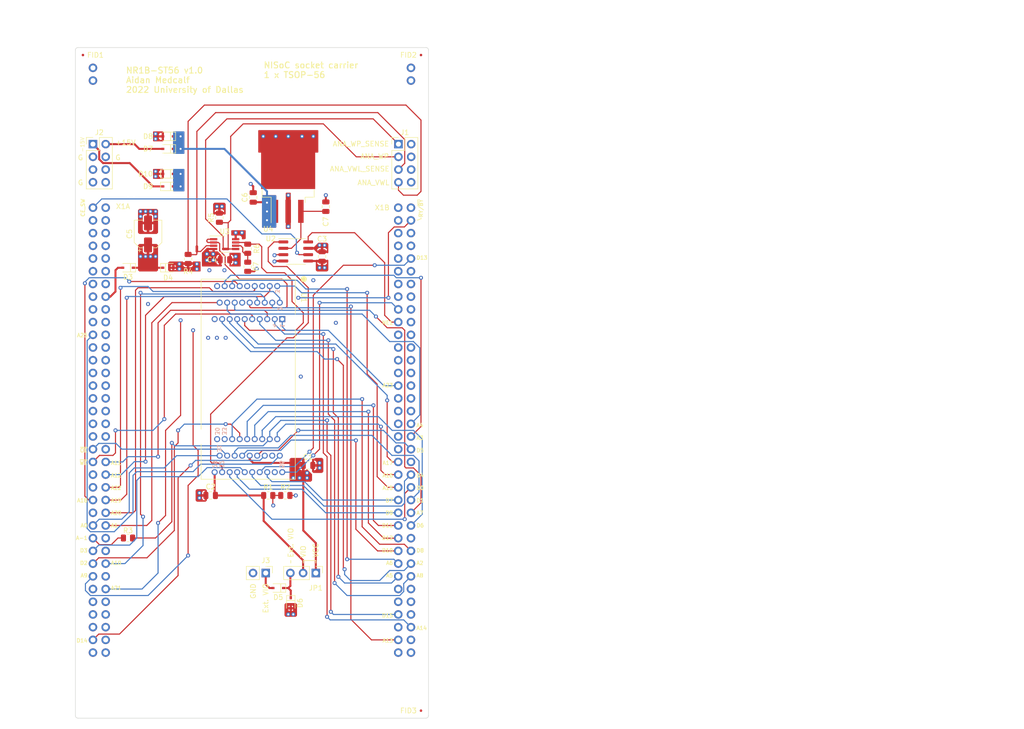
<source format=kicad_pcb>
(kicad_pcb (version 20211014) (generator pcbnew)
  (layers (0 "F.Cu" signal) (1 "In1.Cu" power) (2 "In2.Cu" power) (31 "B.Cu" signal) (34 "B.Paste" user) (35 "F.Paste" user) (36 "B.SilkS" user "B.Silkscreen") (37 "F.SilkS" user "F.Silkscreen") (38 "B.Mask" user) (39 "F.Mask" user) (44 "Edge.Cuts" user))
  (net 0 "")
  (net 1 "VCC")
  (net 8 "GND")
  (net 16 "VIO")
  (net 19 "+15V")
  (net 20 "/ANA_CE")
  (net 37 "/VCC_IN")
  (net 39 "/EVIO")
  (net 40 "/DQ15")
  (net 42 "/A-1")
  (net 44 "/A23")
  (net 45 "/A22")
  (net 46 "/A15")
  (net 47 "/A14")
  (net 48 "/A13")
  (net 49 "/A12")
  (net 50 "/A11")
  (net 51 "/A10")
  (net 53 "/A9")
  (net 55 "/A8")
  (net 56 "/A19")
  (net 57 "/A20")
  (net 58 "/~{WE}")
  (net 60 "/A21")
  (net 67 "/RY{slash}~{BY}")
  (net 69 "/A18")
  (net 70 "/A17")
  (net 74 "/A7")
  (net 79 "/A6")
  (net 80 "/A5")
  (net 87 "/A4")
  (net 89 "/A3")
  (net 90 "/A2")
  (net 99 "/A1")
  (net 106 "/A0")
  (net 108 "/~{CE}")
  (net 109 "/~{OE}")
  (net 110 "/DQ0")
  (net 111 "/DQ8")
  (net 113 "/DQ1")
  (net 114 "/DQ9")
  (net 115 "/DQ2")
  (net 116 "/DQ10")
  (net 117 "/DQ3")
  (net 118 "/DQ11")
  (net 119 "/DQ4")
  (net 120 "/DQ12")
  (net 121 "/DQ5")
  (net 122 "/DQ13")
  (net 123 "/DQ6")
  (net 124 "/DQ14")
  (net 125 "/DQ7")
  (net 126 "/A16")
  (net 127 "/A25")
  (net 128 "/A24")
  (net 129 "/CE_SW")
  (net 130 "/NE1")
  (net 137 "/EVIO_IN")
  (net 139 "/+15V_IN")
  (net 142 "-15V")
  (net 143 "/ANA_WP_SENSE")
  (net 146 "/ANA_WP")
  (net 147 "/ANA_VWL_SENSE")
  (net 148 "/ANA_VWL")
  (net 150 "/~{BYTE}")
  (net 151 "/VWL_BUF")
  (net 152 "/WP_BUF")
  (net 153 "/-15V_IN")
  (net 154 "Net-(R6-Pad1)")
  (footprint "Package_SO:VSSOP-8_3.0x3.0mm_P0.65mm" (layer "F.Cu") (at 194.8 118.275)
    (fp_text reference "U3")
    (fp_text value "OPA2189ID")
  )
  (footprint "Resistor_SMD:R_0805_2012Metric" (layer "F.Cu") (at 199.4 119.2 90)
    (fp_text reference "R6")
    (fp_text value "1K")
  )
  (footprint "Resistor_SMD:R_0805_2012Metric" (layer "F.Cu") (at 193.75 113 90)
    (fp_text reference "R5")
    (fp_text value "1M")
  )
  (footprint "Connector_PinHeader_2.54mm:PinHeader_2x04_P2.54mm_Vertical" (layer "F.Cu") (at 168.499999 98.300001)
    (fp_text reference "J2")
    (fp_text value "0.1\" Female Long Tail")
  )
  (footprint "Capacitor_SMD:C_0805_2012Metric" (layer "F.Cu") (at 192 168.5 180)
    (fp_text reference "C2")
    (fp_text value "0.1uF")
  )
  (footprint "Capacitor_SMD:C_0805_2012Metric" (layer "F.Cu") (at 211.45 162.5)
    (fp_text reference "C1")
    (fp_text value "0.1uF")
  )
  (footprint "Resistor_SMD:R_0805_2012Metric" (layer "F.Cu") (at 206.9125 168.5)
    (fp_text reference "R2")
    (fp_text value "0")
  )
  (footprint "Package_SO:SOIC-8_3.9x4.9mm_P1.27mm" (layer "F.Cu") (at 209 119.75)
    (fp_text reference "U2")
    (fp_text value "DG419LDY")
  )
  (footprint "Diode_SMD:D_SOD-323" (layer "F.Cu") (at 183.5 96.75 180)
    (fp_text reference "D8")
    (fp_text value "18V")
  )
  (footprint "Package_TO_SOT_SMD:TO-263-3_TabPin2" (layer "F.Cu") (at 207.475 105.95 90)
    (fp_text reference "U4")
    (fp_text value "NCV7800")
  )
  (footprint "Diode_SMD:D_SOD-323" (layer "F.Cu") (at 183.5 106.75)
    (fp_text reference "D9")
    (fp_text value "S1G")
  )
  (footprint "Connector_PinHeader_2.54mm:PinHeader_1x03_P2.54mm_Vertical" (layer "F.Cu") (at 213 184 -90)
    (fp_text reference "JP1")
    (fp_text value "Jumper_3_Bridged12")
  )
  (footprint "Fiducial:Fiducial_0.5mm_Mask1mm" (layer "F.Cu") (at 234 80.5)
    (fp_text reference "FID2")
    (fp_text value "Fiducial")
  )
  (footprint "Diode_SMD:D_SOD-323" (layer "F.Cu") (at 183.5 123)
    (fp_text reference "D4")
    (fp_text value "5.1V")
  )
  (footprint "Capacitor_SMD:C_0805_2012Metric" (layer "F.Cu") (at 215 110.8 90)
    (fp_text reference "C7")
    (fp_text value "0.1uF")
  )
  (footprint "Diode_SMD:D_SOD-323" (layer "F.Cu") (at 208 190 -90)
    (fp_text reference "D6")
    (fp_text value "15V")
  )
  (footprint "Diode_SMD:D_SOD-323" (layer "F.Cu") (at 175.5 123 180)
    (fp_text reference "D3")
    (fp_text value "S1G")
  )
  (footprint "Capacitor_SMD:CP_Elec_5x5.3" (layer "F.Cu") (at 179.5 116.25 90)
    (fp_text reference "C5")
    (fp_text value "47uF 16V")
  )
  (footprint "Fiducial:Fiducial_0.5mm_Mask1mm" (layer "F.Cu") (at 166.5 80.5)
    (fp_text reference "FID1")
    (fp_text value "Fiducial")
  )
  (footprint "Diode_SMD:D_SOD-323" (layer "F.Cu") (at 183.5 99.25 180)
    (fp_text reference "D7")
    (fp_text value "S1G")
  )
  (footprint "Diode_SMD:D_SOD-323" (layer "F.Cu") (at 183.5 104.25)
    (fp_text reference "D10")
    (fp_text value "18V")
  )
  (footprint "NetTie:NetTie-2_SMD_Pad0.5mm" (layer "F.Cu") (at 189.25 119.25 90)
    (fp_text reference "NT1" hide)
    (fp_text value "NetTie_2" hide)
  )
  (footprint "NISoC-Socket:Socket_TSOP-56" (layer "F.Cu") (at 205.300742 126.669258 -90)
    (fp_text reference "U1")
    (fp_text value "S29GL01GP")
  )
  (footprint "Resistor_SMD:R_0805_2012Metric" (layer "F.Cu") (at 203.5 168.5)
    (fp_text reference "R1")
    (fp_text value "0")
  )
  (footprint "Diode_SMD:D_SOD-323" (layer "F.Cu") (at 205.5 187 180)
    (fp_text reference "D5")
    (fp_text value "S1G")
  )
  (footprint "Resistor_SMD:R_0805_2012Metric" (layer "F.Cu") (at 199.4 122.8 -90)
    (fp_text reference "R7")
    (fp_text value "1K")
  )
  (footprint "Resistor_SMD:R_0805_2012Metric" (layer "F.Cu") (at 175.499999 177.000001 180)
    (fp_text reference "R3")
    (fp_text value "0")
  )
  (footprint "Fiducial:Fiducial_0.5mm_Mask1mm" (layer "F.Cu") (at 234 211.5)
    (fp_text reference "FID3")
    (fp_text value "Fiducial")
  )
  (footprint "Connector_PinHeader_2.54mm:PinHeader_2x04_P2.54mm_Vertical" (layer "F.Cu") (at 229.499999 98.300001)
    (fp_text reference "J1")
    (fp_text value "0.1\" Female Long Tail")
  )
  (footprint "Capacitor_SMD:C_0805_2012Metric" (layer "F.Cu") (at 194.85 121.4 180)
    (fp_text reference "C4")
    (fp_text value "0.1uF")
  )
  (footprint "Connector_PinHeader_2.54mm:PinHeader_1x02_P2.54mm_Vertical" (layer "F.Cu") (at 203 184 -90)
    (fp_text reference "J3")
    (fp_text value "Conn_01x02")
  )
  (footprint "NetTie:NetTie-2_SMD_Pad0.5mm" (layer "F.Cu") (at 195 119.25 180)
    (fp_text reference "NT2" hide)
    (fp_text value "NetTie_2" hide)
  )
  (footprint "NISoC-Socket:ST_Morpho_Connector_144_STLink_MountingHoles" (layer "F.Cu") (at 168.499999 111.000001)
    (fp_text reference "X1" hide)
    (fp_text value "NUCLEO144-ZIO" hide)
  )
  (footprint "Resistor_SMD:R_0805_2012Metric" (layer "F.Cu") (at 187.5 121.25 -90)
    (fp_text reference "R4")
    (fp_text value "1M")
  )
  (footprint "Capacitor_SMD:C_0805_2012Metric" (layer "F.Cu") (at 200.5 108.95 90)
    (fp_text reference "C6")
    (fp_text value "0.33uF")
  )
  (footprint "Capacitor_SMD:C_0805_2012Metric" (layer "F.Cu") (at 214.25 120.75 90)
    (fp_text reference "C3")
    (fp_text value "0.1uF")
  )
  (gr_line (start 234 113.25) (end 233.25 113.5) (layer "F.SilkS") (width 0.15))
  (gr_line (start 206 186.25) (end 206 187.75) (layer "F.SilkS") (width 0.15))
  (gr_line (start 213 182) (end 213 181.5) (layer "F.SilkS") (width 0.15))
  (gr_line (start 184 106) (end 184 107.5) (layer "F.SilkS") (width 0.15))
  (gr_line (start 184 96) (end 184 97.5) (layer "F.SilkS") (width 0.15))
  (gr_line (start 184 98.5) (end 184 100) (layer "F.SilkS") (width 0.15))
  (gr_line (start 183 122.25) (end 183 123.75) (layer "F.SilkS") (width 0.15))
  (gr_line (start 207.25 189.5) (end 208.75 189.5) (layer "F.SilkS") (width 0.15))
  (gr_line (start 213 181.5) (end 210.5 181.5) (layer "F.SilkS") (width 0.15))
  (gr_line (start 210.5 181.5) (end 210.5 182) (layer "F.SilkS") (width 0.15))
  (gr_line (start 234 113) (end 234 113.25) (layer "F.SilkS") (width 0.15))
  (gr_line (start 184 103.5) (end 184 105) (layer "F.SilkS") (width 0.15))
  (gr_line (start 176 122.25) (end 176 123.75) (layer "F.SilkS") (width 0.15))
  (gr_line (start 208 182) (end 208 181.5) (layer "F.SilkS") (width 0.15))
  (gr_line (start 165.499999 79.000001) (end 234.999999 79.000001) (layer "Edge.Cuts") (width 0.1))
  (gr_arc (start 165.499998 213.000002) (mid 165.146445 212.853555) (end 164.999998 212.500002) (layer "Edge.Cuts") (width 0.1))
  (gr_arc (start 164.999999 79.500001) (mid 165.146446 79.146448) (end 165.499999 79.000001) (layer "Edge.Cuts") (width 0.1))
  (gr_arc (start 235.5 212.500002) (mid 235.353553 212.853555) (end 235 213.000002) (layer "Edge.Cuts") (width 0.1))
  (gr_line (start 234.999999 213.000001) (end 165.499999 213.000001) (layer "Edge.Cuts") (width 0.1))
  (gr_line (start 235.499999 79.500001) (end 235.499999 212.500001) (layer "Edge.Cuts") (width 0.1))
  (gr_arc (start 235 79) (mid 235.353553 79.146447) (end 235.5 79.5) (layer "Edge.Cuts") (width 0.1))
  (gr_line (start 164.999999 212.500001) (end 164.999999 79.500001) (layer "Edge.Cuts") (width 0.1))
  (gr_text "A20" (at 172 172) (layer "F.SilkS") (effects (font (size 0.75 0.75)) (justify left)))
  (gr_text "D15" (at 228.5 192.5) (layer "F.SilkS") (effects (font (size 0.75 0.75)) (justify right)))
  (gr_text "D8" (at 233 179.5) (layer "F.SilkS") (effects (font (size 0.75 0.75)) (justify left)))
  (gr_text "D10" (at 228.5 179.5) (layer "F.SilkS") (effects (font (size 0.75 0.75)) (justify right)))
  (gr_text "D12" (at 228.5 177) (layer "F.SilkS") (effects (font (size 0.75 0.75)) (justify right)))
  (gr_text "D13" (at 233 121) (layer "F.SilkS") (effects (font (size 0.75 0.75)) (justify left)))
  (gr_text "~{WE}" (at 167.5 162) (layer "F.SilkS") (effects (font (size 0.75 0.75)) (justify right)))
  (gr_text "A13" (at 228.5 197.5) (layer "F.SilkS") (effects (font (size 0.75 0.75)) (justify right)))
  (gr_text "~{OE}" (at 167.5 159.5) (layer "F.SilkS") (effects (font (size 0.75 0.75)) (justify right)))
  (gr_text "+15V" (at 175 98) (layer "F.SilkS") (effects (font (size 1 1))))
  (gr_text "Ext. VIO" (at 208 181 90) (layer "F.SilkS") (effects (font (size 1 1)) (justify left)))
  (gr_text "A11" (at 172 162) (layer "F.SilkS") (effects (font (size 0.75 0.75)) (justify left)))
  (gr_text "A0" (at 167.5 174.5) (layer "F.SilkS") (effects (font (size 0.75 0.75)) (justify right)))
  (gr_text "NR1B-ST56 v1.0\nAidan Medcalf\n2022 University of Dallas" (at 175 85.5) (layer "F.SilkS") (effects (font (size 1.2 1.2) (thickness 0.2)) (justify left)))
  (gr_text "A6" (at 228.5 182) (layer "F.SilkS") (effects (font (size 0.75 0.75)) (justify right)))
  (gr_text "A14" (at 233 195) (layer "F.SilkS") (effects (font (size 0.75 0.75)) (justify left)))
  (gr_text "NISoC socket carrier\n1 x TSOP-56" (at 202.5 83.5) (layer "F.SilkS") (effects (font (size 1.2 1.2) (thickness 0.2)) (justify left)))
  (gr_text "X1B" (at 226.25 111) (layer "F.SilkS") (effects (font (size 1 1))))
  (gr_text "D4" (at 233 164.5) (layer "F.SilkS") (effects (font (size 0.75 0.75)) (justify left)))
  (gr_text "D3" (at 167.5 179.5) (layer "F.SilkS") (effects (font (size 0.75 0.75)) (justify right)))
  (gr_text "GND" (at 200.5 186 90) (layer "F.SilkS") (effects (font (size 1 1)) (justify right)))
  (gr_text "A7" (at 233 172) (layer "F.SilkS") (effects (font (size 0.75 0.75)) (justify left)))
  (gr_text "CE_SW" (at 166.5 111 90) (layer "F.SilkS") (effects (font (size 0.75 0.75))))
  (gr_text "D14" (at 167.5 197.5) (layer "F.SilkS") (effects (font (size 0.75 0.75)) (justify right)))
  (gr_text "D6" (at 233 174.5) (layer "F.SilkS") (effects (font (size 0.75 0.75)) (justify left)))
  (gr_text "RY/~{BY}" (at 234 113 90) (layer "F.SilkS") (effects (font (size 0.75 0.75)) (justify left)))
  (gr_text "ANA_VWL_SENSE" (at 221.75 103.25) (layer "F.SilkS") (effects (font (size 1 1))))
  (gr_text "A2" (at 233 182) (layer "F.SilkS") (effects (font (size 0.75 0.75)) (justify left)))
  (gr_text "A21" (at 172 187) (layer "F.SilkS") (effects (font (size 0.75 0.75)) (justify left)))
  (gr_text "ANA_VWL" (at 224.5 106) (layer "F.SilkS") (effects (font (size 1 1))))
  (gr_text "X1A" (at 174.5 110.75) (layer "F.SilkS") (effects (font (size 1 1))))
  (gr_text "D9" (at 228.5 172) (layer "F.SilkS") (effects (font (size 0.75 0.75)) (justify right)))
  (gr_text "A18" (at 167.5 169.5) (layer "F.SilkS") (effects (font (size 0.75 0.75)) (justify right)))
  (gr_text "D1" (at 233 169.5) (layer "F.SilkS") (effects (font (size 0.75 0.75)) (justify left)))
  (gr_text "Ext. VIO" (at 203 186 90) (layer "F.SilkS") (effects (font (size 1 1)) (justify right)))
  (gr_text "G" (at 166.021115 106) (layer "F.SilkS") (effects (font (size 1 1))))
  (gr_text "A16" (at 228.5 164.5) (layer "F.SilkS") (effects (font (size 0.75 0.75)) (justify right)))
  (gr_text "G" (at 166 101) (layer "F.SilkS") (effects (font (size 1 1))))
  (gr_text "A23" (at 228.5 146.5) (layer "F.SilkS") (effects (font (size 0.75 0.75)) (justify right)))
  (gr_text "A1" (at 172 174.5) (layer "F.SilkS") (effects (font (size 0.75 0.75)) (justify left)))
  (gr_text "A9" (at 167.5 184.5) (layer "F.SilkS") (effects (font (size 0.75 0.75)) (justify right)))
  (gr_text "A15" (at 228.5 167) (layer "F.SilkS") (effects (font (size 0.75 0.75)) (justify right)))
  (gr_text "VCC" (at 213 181 90) (layer "F.SilkS") (effects (font (size 1 1)) (justify left)))
  (gr_text "D0" (at 233 167) (layer "F.SilkS") (effects (font (size 0.75 0.75)) (justify left)))
  (gr_text "NE1" (at 228.5 134) (layer "F.SilkS") (effects (font (size 0.75 0.75)) (justify right)))
  (gr_text "A-1" (at 167.5 177) (layer "F.SilkS") (effects (font (size 0.75 0.75)) (justify right)))
  (gr_text "A17" (at 228.5 162) (layer "F.SilkS") (effects (font (size 0.75 0.75)) (justify right)))
  (gr_text "A3" (at 233 157) (layer "F.SilkS") (effects (font (size 0.75 0.75)) (justify left)))
  (gr_text "ANA_WP_SENSE" (at 222 98.25) (layer "F.SilkS") (effects (font (size 1 1))))
  (gr_text "D7" (at 228.5 169.5) (layer "F.SilkS") (effects (font (size 0.75 0.75)) (justify right)))
  (gr_text "VIO" (at 210.5 181 90) (layer "F.SilkS") (effects (font (size 1 1)) (justify left)))
  (gr_text "D5" (at 233 159.5) (layer "F.SilkS") (effects (font (size 0.75 0.75)) (justify left)))
  (gr_text "ANA_WP" (at 224.75 100.75) (layer "F.SilkS") (effects (font (size 1 1))))
  (gr_text "G" (at 173.5 101) (layer "F.SilkS") (effects (font (size 1 1))))
  (gr_text "-15V" (at 166.4 98.4 90) (layer "F.SilkS") (effects (font (size 0.75 0.75) (thickness 0.1))))
  (gr_text "A22" (at 172 167) (layer "F.SilkS") (effects (font (size 0.75 0.75)) (justify left)))
  (gr_text "A4" (at 233 154.5) (layer "F.SilkS") (effects (font (size 0.75 0.75)) (justify left)))
  (gr_text "A25" (at 167.5 136.5) (layer "F.SilkS") (effects (font (size 0.75 0.75)) (justify right)))
  (gr_text "A8" (at 233 184.5) (layer "F.SilkS") (effects (font (size 0.75 0.75)) (justify left)))
  (gr_text "D11" (at 228.5 174.5) (layer "F.SilkS") (effects (font (size 0.75 0.75)) (justify right)))
  (gr_text "D2" (at 167.5 182) (layer "F.SilkS") (effects (font (size 0.75 0.75)) (justify right)))
  (gr_text "A12" (at 172 164.5) (layer "F.SilkS") (effects (font (size 0.75 0.75)) (justify left)))
  (gr_text "A19" (at 172 169.5) (layer "F.SilkS") (effects (font (size 0.75 0.75)) (justify left)))
  (gr_text "A5" (at 228.5 184.5) (layer "F.SilkS") (effects (font (size 0.75 0.75)) (justify right)))
  (gr_text "A10" (at 172 182) (layer "F.SilkS") (effects (font (size 0.75 0.75)) (justify left)))
  (segment (start 211.475 121.655) (end 214.205 121.655) (width 0.4) (layer "F.Cu") (net 1))
  (segment (start 210.5 162.5) (end 210 162) (width 0.4) (layer "F.Cu") (net 1))
  (segment (start 210 162) (end 200.5 162) (width 0.4) (layer "F.Cu") (net 1))
  (segment (start 180.5 123) (end 179.125 121.625) (width 0.4) (layer "F.Cu") (net 1))
  (segment (start 199.800742 161.300742) (end 199.800742 160.549258) (width 0.4) (layer "F.Cu") (net 1))
  (segment (start 210.5 162.5) (end 210.5 175.5) (width 0.4) (layer "F.Cu") (net 1))
  (segment (start 200.5 162) (end 199.800742 161.300742) (width 0.4) (layer "F.Cu") (net 1))
  (segment (start 210.5 175.5) (end 213 178) (width 0.4) (layer "F.Cu") (net 1))
  (segment (start 182.45 123) (end 180.5 123) (width 0.4) (layer "F.Cu") (net 1))
  (segment (start 177.75 123) (end 179.125 121.625) (width 0.4) (layer "F.Cu") (net 1))
  (segment (start 214.205 121.655) (end 214.25 121.7) (width 0.4) (layer "F.Cu") (net 1))
  (segment (start 213 178) (end 213 184) (width 0.4) (layer "F.Cu") (net 1))
  (segment (start 179.125 121.625) (end 180 120.75) (width 0.4) (layer "F.Cu") (net 1))
  (segment (start 176.55 123) (end 177.75 123) (width 0.4) (layer "F.Cu") (net 1))
  (via (at 178 120.75) (size 0.8) (drill 0.4) (layers "F.Cu" "B.Cu") (net 1))
  (via (at 211.25 165) (size 0.8) (drill 0.4) (layers "F.Cu" "B.Cu") (net 1))
  (via (at 209.75 165) (size 0.8) (drill 0.4) (layers "F.Cu" "B.Cu") (net 1))
  (via (at 213.75 123) (size 0.8) (drill 0.4) (layers "F.Cu" "B.Cu") (net 1))
  (via (at 180 120.75) (size 0.8) (drill 0.4) (layers "F.Cu" "B.Cu") (net 1))
  (via (at 214.75 123) (size 0.8) (drill 0.4) (layers "F.Cu" "B.Cu") (net 1))
  (via (at 179 120.75) (size 0.8) (drill 0.4) (layers "F.Cu" "B.Cu") (net 1))
  (via (at 211.25 164) (size 0.8) (drill 0.4) (layers "F.Cu" "B.Cu") (net 1))
  (via (at 208.5 165) (size 0.8) (drill 0.4) (layers "F.Cu" "B.Cu") (net 1))
  (via (at 181 120.75) (size 0.8) (drill 0.4) (layers "F.Cu" "B.Cu") (net 1))
  (segment (start 199.4 123.7125) (end 200.6875 123.7125) (width 0.4) (layer "F.Cu") (net 8))
  (segment (start 215 109.85) (end 215 108.5) (width 0.4) (layer "F.Cu") (net 8))
  (segment (start 209 168.5) (end 207.825 168.5) (width 0.22) (layer "F.Cu") (net 8))
  (segment (start 206.525 120.385) (end 204.865 120.385) (width 0.22) (layer "F.Cu") (net 8))
  (segment (start 200.5 108) (end 200.5 106.75) (width 0.4) (layer "F.Cu") (net 8))
  (segment (start 204.865 120.385) (end 204.75 120.5) (width 0.22) (layer "F.Cu") (net 8))
  (segment (start 200.6875 123.7125) (end 201.2 123.2) (width 0.4) (layer "F.Cu") (net 8))
  (segment (start 200.5 106.75) (end 200 106.25) (width 0.4) (layer "F.Cu") (net 8))
  (via (at 181 96.25) (size 0.8) (drill 0.4) (layers "F.Cu" "B.Cu") (net 8))
  (via (at 189.25 122.25) (size 0.8) (drill 0.4) (layers "F.Cu" "B.Cu") (net 8))
  (via (at 204.75 120.5) (size 0.8) (drill 0.4) (layers "F.Cu" "B.Cu") (net 8))
  (via (at 195 137) (size 0.8) (drill 0.4) (layers "F.Cu" "B.Cu") (net 8))
  (via (at 189.75 169) (size 0.8) (drill 0.4) (layers "F.Cu" "B.Cu") (net 8))
  (via (at 207.5 96.75) (size 0.8) (drill 0.4) (layers "F.Cu" "B.Cu") (net 8))
  (via (at 213.75 162) (size 0.8) (drill 0.4) (layers "F.Cu" "B.Cu") (net 8))
  (via (at 209 168.5) (size 0.8) (drill 0.4) (layers "F.Cu" "B.Cu") (net 8))
  (via (at 207.5 114.75) (size 0.8) (drill 0.4) (layers "F.Cu" "B.Cu") (net 8))
  (via (at 193.25 137) (size 0.8) (drill 0.4) (layers "F.Cu" "B.Cu") (net 8))
  (via (at 217 134) (size 0.8) (drill 0.4) (layers "F.Cu" "B.Cu") (net 8))
  (via (at 210 144.75) (size 0.8) (drill 0.4) (layers "F.Cu" "B.Cu") (net 8))
  (via (at 208.5 192.25) (size 0.8) (drill 0.4) (layers "F.Cu" "B.Cu") (net 8))
  (via (at 207.5 192.25) (size 0.8) (drill 0.4) (layers "F.Cu" "B.Cu") (net 8))
  (via (at 202.5 96.75) (size 0.8) (drill 0.4) (layers "F.Cu" "B.Cu") (net 8))
  (via (at 181 112.75) (size 0.8) (drill 0.4) (layers "F.Cu" "B.Cu") (net 8))
  (via (at 210.25 96.75) (size 0.8) (drill 0.4) (layers "F.Cu" "B.Cu") (net 8))
  (via (at 213.75 163) (size 0.8) (drill 0.4) (layers "F.Cu" "B.Cu") (net 8))
  (via (at 189.25 123.25) (size 0.8) (drill 0.4) (layers "F.Cu" "B.Cu") (net 8))
  (via (at 207.5 108.5) (size 0.8) (drill 0.4) (layers "F.Cu" "B.Cu") (net 8))
  (via (at 181 104.75) (size 0.8) (drill 0.4) (layers "F.Cu" "B.Cu") (net 8))
  (via (at 185.75 123.25) (size 0.8) (drill 0.4) (layers "F.Cu" "B.Cu") (net 8))
  (via (at 194.75 123.5) (size 0.8) (drill 0.4) (layers "F.Cu" "B.Cu") (net 8))
  (via (at 212.5 96.75) (size 0.8) (drill 0.4) (layers "F.Cu" "B.Cu") (net 8))
  (via (at 189.75 168) (size 0.8) (drill 0.4) (layers "F.Cu" "B.Cu") (net 8))
  (via (at 185.75 122.25) (size 0.8) (drill 0.4) (layers "F.Cu" "B.Cu") (net 8))
  (via (at 191.75 123.5) (size 0.8) (drill 0.4) (layers "F.Cu" "B.Cu") (net 8))
  (via (at 214.75 118.5) (size 0.8) (drill 0.4) (layers "F.Cu" "B.Cu") (net 8))
  (via (at 193.25 110.75) (size 0.8) (drill 0.4) (layers "F.Cu" "B.Cu") (net 8))
  (via (at 180 111.75) (size 0.8) (drill 0.4) (layers "F.Cu" "B.Cu") (net 8))
  (via (at 178 111.75) (size 0.8) (drill 0.4) (layers "F.Cu" "B.Cu") (net 8))
  (via (at 205 96.75) (size 0.8) (drill 0.4) (layers "F.Cu" "B.Cu") (net 8))
  (via (at 213.75 118.5) (size 0.8) (drill 0.4) (layers "F.Cu" "B.Cu") (net 8))
  (via (at 200 106.25) (size 0.8) (drill 0.4) (layers "F.Cu" "B.Cu") (net 8))
  (via (at 181 97.25) (size 0.8) (drill 0.4) (layers "F.Cu" "B.Cu") (net 8))
  (via (at 194.25 110.75) (size 0.8) (drill 0.4) (layers "F.Cu" "B.Cu") (net 8))
  (via (at 179.5 130.25) (size 0.8) (drill 0.4) (layers "F.Cu" "B.Cu") (net 8))
  (via (at 179 111.75) (size 0.8) (drill 0.4) (layers "F.Cu" "B.Cu") (net 8))
  (via (at 178 112.75) (size 0.8) (drill 0.4) (layers "F.Cu" "B.Cu") (net 8))
  (via (at 181 111.75) (size 0.8) (drill 0.4) (layers "F.Cu" "B.Cu") (net 8))
  (via (at 215 108.5) (size 0.8) (drill 0.4) (layers "F.Cu" "B.Cu") (net 8))
  (via (at 212.5 125.5) (size 0.8) (drill 0.4) (layers "F.Cu" "B.Cu") (net 8))
  (via (at 181 103.75) (size 0.8) (drill 0.4) (layers "F.Cu" "B.Cu") (net 8))
  (via (at 191.5 137) (size 0.8) (drill 0.4) (layers "F.Cu" "B.Cu") (net 8))
  (via (at 201.2 123.2) (size 0.8) (drill 0.4) (layers "F.Cu" "B.Cu") (net 8))
  (segment (start 192.800742 168.350742) (end 192.95 168.5) (width 0.4) (layer "F.Cu") (net 16))
  (segment (start 202.5875 168.5) (end 192.95 168.5) (width 0.4) (layer "F.Cu") (net 16))
  (segment (start 210.46 181.46) (end 202.5875 173.5875) (width 0.4) (layer "F.Cu") (net 16))
  (segment (start 210.46 184) (end 210.46 181.46) (width 0.4) (layer "F.Cu") (net 16))
  (segment (start 202.5875 173.5875) (end 202.5875 168.5) (width 0.4) (layer "F.Cu") (net 16))
  (segment (start 192.800742 163.849258) (end 192.800742 168.350742) (width 0.4) (layer "F.Cu") (net 16))
  (segment (start 206.525 121.655) (end 204.845 121.655) (width 0.4) (layer "F.Cu") (net 19))
  (segment (start 200.5 109.9) (end 203.15 109.9) (width 0.4) (layer "F.Cu") (net 19))
  (segment (start 203.15 109.9) (end 203.25 110) (width 0.4) (layer "F.Cu") (net 19))
  (segment (start 204.845 121.655) (end 204.75 121.75) (width 0.4) (layer "F.Cu") (net 19))
  (via (at 203.25 110) (size 0.8) (drill 0.4) (layers "F.Cu" "B.Cu") (net 19))
  (via (at 203.25 111.75) (size 0.8) (drill 0.4) (layers "F.Cu" "B.Cu") (net 19))
  (via (at 186 96.75) (size 0.8) (drill 0.4) (layers "F.Cu" "B.Cu") (net 19))
  (via (at 197 116) (size 0.8) (drill 0.4) (layers "F.Cu" "B.Cu") (net 19))
  (via (at 197 120.75) (size 0.8) (drill 0.4) (layers "F.Cu" "B.Cu") (net 19))
  (via (at 203.25 113.5) (size 0.8) (drill 0.4) (layers "F.Cu" "B.Cu") (net 19))
  (via (at 197 122) (size 0.8) (drill 0.4) (layers "F.Cu" "B.Cu") (net 19))
  (via (at 204.75 121.75) (size 0.8) (drill 0.4) (layers "F.Cu" "B.Cu") (net 19))
  (via (at 198.25 116) (size 0.8) (drill 0.4) (layers "F.Cu" "B.Cu") (net 19))
  (via (at 186 99.25) (size 0.8) (drill 0.4) (layers "F.Cu" "B.Cu") (net 19))
  (segment (start 194.75 99.25) (end 203.25 107.75) (width 0.4) (layer "B.Cu") (net 19))
  (segment (start 186 99.25) (end 194.75 99.25) (width 0.4) (layer "B.Cu") (net 19))
  (segment (start 203.25 107.75) (end 203.25 110) (width 0.4) (layer "B.Cu") (net 19))
  (segment (start 215 111.75) (end 214.975 111.725) (width 0.22) (layer "F.Cu") (net 20))
  (segment (start 206.525 119.115) (end 208.135 119.115) (width 0.22) (layer "F.Cu") (net 20))
  (segment (start 214.975 111.725) (end 210.015 111.725) (width 0.22) (layer "F.Cu") (net 20))
  (segment (start 210.015 117.235) (end 210.015 111.725) (width 0.22) (layer "F.Cu") (net 20))
  (segment (start 208.135 119.115) (end 210.015 117.235) (width 0.22) (layer "F.Cu") (net 20))
  (segment (start 173.5 123) (end 174.45 123) (width 0.4) (layer "F.Cu") (net 37))
  (segment (start 171.969999 128.780001) (end 173 127.75) (width 0.4) (layer "F.Cu") (net 37))
  (segment (start 171.039999 128.780001) (end 171.969999 128.780001) (width 0.4) (layer "F.Cu") (net 37))
  (segment (start 173 127.75) (end 173 123.5) (width 0.4) (layer "F.Cu") (net 37))
  (segment (start 173 123.5) (end 173.5 123) (width 0.4) (layer "F.Cu") (net 37))
  (segment (start 206.55 187) (end 207.5 187) (width 0.4) (layer "F.Cu") (net 39))
  (segment (start 207.5 187) (end 207.92 186.58) (width 0.4) (layer "F.Cu") (net 39))
  (segment (start 208 188.95) (end 208 187.5) (width 0.4) (layer "F.Cu") (net 39))
  (segment (start 208 187.5) (end 207.5 187) (width 0.4) (layer "F.Cu") (net 39))
  (segment (start 207.92 186.58) (end 207.92 184) (width 0.4) (layer "F.Cu") (net 39))
  (segment (start 184.25 173.75) (end 180.999999 177.000001) (width 0.22) (layer "F.Cu") (net 40))
  (segment (start 180.999999 177.000001) (end 176.412499 177.000001) (width 0.22) (layer "F.Cu") (net 40))
  (segment (start 215.25 159.75) (end 216 160.5) (width 0.22) (layer "F.Cu") (net 40))
  (segment (start 216 160.5) (end 216 191.75) (width 0.22) (layer "F.Cu") (net 40))
  (segment (start 184.25 158) (end 184.25 173.75) (width 0.22) (layer "F.Cu") (net 40))
  (segment (start 215.25 153.5) (end 215.25 159.75) (width 0.22) (layer "F.Cu") (net 40))
  (via (at 184.25 158) (size 0.8) (drill 0.4) (layers "F.Cu" "B.Cu") (net 40))
  (via (at 216 191.75) (size 0.8) (drill 0.4) (layers "F.Cu" "B.Cu") (net 40))
  (via (at 215.25 153.5) (size 0.8) (drill 0.4) (layers "F.Cu" "B.Cu") (net 40))
  (segment (start 184.83 158.58) (end 202.47 158.58) (width 0.22) (layer "B.Cu") (net 40))
  (segment (start 216.530001 192.280001) (end 229.459999 192.280001) (width 0.22) (layer "B.Cu") (net 40))
  (segment (start 184.83 158.58) (end 184.25 158) (width 0.22) (layer "B.Cu") (net 40))
  (segment (start 216 191.75) (end 216.530001 192.280001) (width 0.22) (layer "B.Cu") (net 40))
  (segment (start 203.800742 157.249258) (end 202.47 158.58) (width 0.22) (layer "B.Cu") (net 40))
  (segment (start 203.800742 157.249258) (end 203.800742 155.699258) (width 0.22) (layer "B.Cu") (net 40))
  (segment (start 203.800742 155.699258) (end 206 153.5) (width 0.22) (layer "B.Cu") (net 40))
  (segment (start 206 153.5) (end 215.25 153.5) (width 0.22) (layer "B.Cu") (net 40))
  (segment (start 172.164508 178.335492) (end 173.5 177) (width 0.22) (layer "F.Cu") (net 42))
  (segment (start 173.5 177) (end 174.587499 177.000001) (width 0.22) (layer "F.Cu") (net 42))
  (segment (start 168.499999 177.040001) (end 169.79549 178.335492) (width 0.22) (layer "F.Cu") (net 42))
  (segment (start 169.79549 178.335492) (end 172.164508 178.335492) (width 0.22) (layer "F.Cu") (net 42))
  (segment (start 207 135.5) (end 206.300742 134.800742) (width 0.22) (layer "B.Cu") (net 44))
  (segment (start 229.459999 146.560001) (end 226.560001 146.560001) (width 0.22) (layer "B.Cu") (net 44))
  (segment (start 206.300742 134.800742) (end 206.300742 133.269258) (width 0.22) (layer "B.Cu") (net 44))
  (segment (start 226.560001 146.560001) (end 215.5 135.5) (width 0.22) (layer "B.Cu") (net 44))
  (segment (start 215.5 135.5) (end 207 135.5) (width 0.22) (layer "B.Cu") (net 44))
  (segment (start 174 127) (end 174 166.5) (width 0.22) (layer "F.Cu") (net 45))
  (segment (start 174 166.5) (end 173.619999 166.880001) (width 0.22) (layer "F.Cu") (net 45))
  (segment (start 173.619999 166.880001) (end 171.039999 166.880001) (width 0.22) (layer "F.Cu") (net 45))
  (via (at 174 127) (size 0.8) (drill 0.4) (layers "F.Cu" "B.Cu") (net 45))
  (segment (start 180.5 127.75) (end 179.5 126.75) (width 0.22) (layer "B.Cu") (net 45))
  (segment (start 179.5 126.75) (end 174.25 126.75) (width 0.22) (layer "B.Cu") (net 45))
  (segment (start 205.800742 129.050742) (end 205.75 129) (width 0.22) (layer "B.Cu") (net 45))
  (segment (start 174.25 126.75) (end 174 127) (width 0.22) (layer "B.Cu") (net 45))
  (segment (start 205.75 129) (end 204.5 127.75) (width 0.22) (layer "B.Cu") (net 45))
  (segment (start 180.5 127.75) (end 204.5 127.75) (width 0.22) (layer "B.Cu") (net 45))
  (segment (start 205.800742 129.969258) (end 205.800742 129.050742) (width 0.22) (layer "B.Cu") (net 45))
  (segment (start 223.25 144.25) (end 225.25 146.25) (width 0.22) (layer "F.Cu") (net 46))
  (segment (start 227.380001 166.880001) (end 229.459999 166.880001) (width 0.22) (layer "F.Cu") (net 46))
  (segment (start 225.25 146.25) (end 225.25 164.75) (width 0.22) (layer "F.Cu") (net 46))
  (segment (start 223.25 128) (end 223.25 144.25) (width 0.22) (layer "F.Cu") (net 46))
  (segment (start 225.25 164.75) (end 227.380001 166.880001) (width 0.22) (layer "F.Cu") (net 46))
  (via (at 223.25 128) (size 0.8) (drill 0.4) (layers "F.Cu" "B.Cu") (net 46))
  (segment (start 205.300742 126.669258) (end 208.830742 126.669258) (width 0.22) (layer "B.Cu") (net 46))
  (segment (start 208.830742 126.669258) (end 210.161484 128) (width 0.22) (layer "B.Cu") (net 46))
  (segment (start 210.161484 128) (end 223.25 128) (width 0.22) (layer "B.Cu") (net 46))
  (segment (start 214.5 160) (end 215.25 160.75) (width 0.22) (layer "F.Cu") (net 47))
  (segment (start 215.25 160.75) (end 215.25 192.75) (width 0.22) (layer "F.Cu") (net 47))
  (segment (start 214.5 136.25) (end 214.5 160) (width 0.22) (layer "F.Cu") (net 47))
  (via (at 214.5 136.25) (size 0.8) (drill 0.4) (layers "F.Cu" "B.Cu") (net 47))
  (via (at 215.25 192.75) (size 0.8) (drill 0.4) (layers "F.Cu" "B.Cu") (net 47))
  (segment (start 204.800742 133.269258) (end 204.800742 134.300742) (width 0.22) (layer "B.Cu") (net 47))
  (segment (start 231.999999 194.820001) (end 230.546999 193.367001) (width 0.22) (layer "B.Cu") (net 47))
  (segment (start 204.800742 134.300742) (end 206.75 136.25) (width 0.22) (layer "B.Cu") (net 47))
  (segment (start 230.546999 193.367001) (end 215.867001 193.367001) (width 0.22) (layer "B.Cu") (net 47))
  (segment (start 206.75 136.25) (end 214.5 136.25) (width 0.22) (layer "B.Cu") (net 47))
  (segment (start 215.25 192.75) (end 215.867001 193.367001) (width 0.22) (layer "B.Cu") (net 47))
  (segment (start 224.110001 197.360001) (end 229.459999 197.360001) (width 0.22) (layer "F.Cu") (net 48))
  (segment (start 220 193.25) (end 224.110001 197.360001) (width 0.22) (layer "F.Cu") (net 48))
  (segment (start 220 130.75) (end 220 193.25) (width 0.22) (layer "F.Cu") (net 48))
  (via (at 220 130.75) (size 0.8) (drill 0.4) (layers "F.Cu" "B.Cu") (net 48))
  (segment (start 219.75 131) (end 220 130.75) (width 0.22) (layer "B.Cu") (net 48))
  (segment (start 204.300742 130.800742) (end 204.5 131) (width 0.22) (layer "B.Cu") (net 48))
  (segment (start 204.5 131) (end 219.75 131) (width 0.22) (layer "B.Cu") (net 48))
  (segment (start 204.300742 129.969258) (end 204.300742 130.800742) (width 0.22) (layer "B.Cu") (net 48))
  (segment (start 202.75 128.75) (end 182.75 128.75) (width 0.22) (layer "F.Cu") (net 49))
  (segment (start 203.800742 126.669258) (end 203.800742 127.699258) (width 0.22) (layer "F.Cu") (net 49))
  (segment (start 182.75 128.75) (end 179 132.5) (width 0.22) (layer "F.Cu") (net 49))
  (segment (start 203.800742 127.699258) (end 202.75 128.75) (width 0.22) (layer "F.Cu") (net 49))
  (segment (start 179 132.5) (end 179 161.75) (width 0.22) (layer "F.Cu") (net 49))
  (via (at 179 161.75) (size 0.8) (drill 0.4) (layers "F.Cu" "B.Cu") (net 49))
  (segment (start 174.159999 164.340001) (end 171.039999 164.340001) (width 0.22) (layer "B.Cu") (net 49))
  (segment (start 176.75 161.75) (end 174.159999 164.340001) (width 0.22) (layer "B.Cu") (net 49))
  (segment (start 179 161.75) (end 176.75 161.75) (width 0.22) (layer "B.Cu") (net 49))
  (segment (start 203.300742 132.050742) (end 202.75 131.5) (width 0.22) (layer "F.Cu") (net 50))
  (segment (start 181.5 134) (end 181.5 160.75) (width 0.22) (layer "F.Cu") (net 50))
  (segment (start 203.300742 133.269258) (end 203.300742 132.050742) (width 0.22) (layer "F.Cu") (net 50))
  (segment (start 184 131.5) (end 181.5 134) (width 0.22) (layer "F.Cu") (net 50))
  (segment (start 202.75 131.5) (end 184 131.5) (width 0.22) (layer "F.Cu") (net 50))
  (via (at 181.5 160.75) (size 0.8) (drill 0.4) (layers "F.Cu" "B.Cu") (net 50))
  (segment (start 174.449999 161.800001) (end 175.5 160.75) (width 0.22) (layer "B.Cu") (net 50))
  (segment (start 175.5 160.75) (end 181.5 160.75) (width 0.22) (layer "B.Cu") (net 50))
  (segment (start 171.039999 161.800001) (end 174.449999 161.800001) (width 0.22) (layer "B.Cu") (net 50))
  (segment (start 178 172.25) (end 178.5 172.75) (width 0.22) (layer "F.Cu") (net 51))
  (segment (start 178 128) (end 178 172.25) (width 0.22) (layer "F.Cu") (net 51))
  (via (at 178 128) (size 0.8) (drill 0.4) (layers "F.Cu" "B.Cu") (net 51))
  (via (at 178.5 172.75) (size 0.8) (drill 0.4) (layers "F.Cu" "B.Cu") (net 51))
  (segment (start 178.25 128.25) (end 178 128) (width 0.22) (layer "B.Cu") (net 51))
  (segment (start 178.5 178.5) (end 174.879999 182.120001) (width 0.22) (layer "B.Cu") (net 51))
  (segment (start 202.800742 129.050742) (end 202 128.25) (width 0.22) (layer "B.Cu") (net 51))
  (segment (start 174.879999 182.120001) (end 171.039999 182.120001) (width 0.22) (layer "B.Cu") (net 51))
  (segment (start 178.5 172.75) (end 178.5 178.5) (width 0.22) (layer "B.Cu") (net 51))
  (segment (start 202 128.25) (end 178.25 128.25) (width 0.22) (layer "B.Cu") (net 51))
  (segment (start 202.800742 129.969258) (end 202.800742 129.050742) (width 0.22) (layer "B.Cu") (net 51))
  (segment (start 189.5 164.5) (end 187.5 166.5) (width 0.22) (layer "F.Cu") (net 53))
  (segment (start 188.5 158.5) (end 189.5 159.5) (width 0.22) (layer "F.Cu") (net 53))
  (segment (start 188.5 135.5) (end 188.5 158.5) (width 0.22) (layer "F.Cu") (net 53))
  (segment (start 187.5 166.5) (end 187.5 180.5) (width 0.22) (layer "F.Cu") (net 53))
  (segment (start 189.5 159.5) (end 189.5 164.5) (width 0.22) (layer "F.Cu") (net 53))
  (via (at 188.5 135.5) (size 0.8) (drill 0.4) (layers "F.Cu" "B.Cu") (net 53))
  (via (at 187.5 180.5) (size 0.8) (drill 0.4) (layers "F.Cu" "B.Cu") (net 53))
  (segment (start 179.5 188.5) (end 187.5 180.5) (width 0.22) (layer "B.Cu") (net 53))
  (segment (start 168 188.5) (end 179.5 188.5) (width 0.22) (layer "B.Cu") (net 53))
  (segment (start 168.499999 184.660001) (end 167 186.16) (width 0.22) (layer "B.Cu") (net 53))
  (segment (start 167 187.5) (end 168 188.5) (width 0.22) (layer "B.Cu") (net 53))
  (segment (start 167 186.16) (end 167 187.5) (width 0.22) (layer "B.Cu") (net 53))
  (segment (start 216.75 153.5) (end 216.75 186) (width 0.22) (layer "F.Cu") (net 55))
  (segment (start 215.5 137.5) (end 215.5 152.25) (width 0.22) (layer "F.Cu") (net 55))
  (segment (start 215.5 152.25) (end 216.75 153.5) (width 0.22) (layer "F.Cu") (net 55))
  (via (at 215.5 137.5) (size 0.8) (drill 0.4) (layers "F.Cu" "B.Cu") (net 55))
  (via (at 216.75 186) (size 0.8) (drill 0.4) (layers "F.Cu" "B.Cu") (net 55))
  (segment (start 215.25 137.5) (end 215.5 137.5) (width 0.22) (layer "B.Cu") (net 55))
  (segment (start 216.75 186) (end 219.25 188.5) (width 0.22) (layer "B.Cu") (net 55))
  (segment (start 230.546999 186.113001) (end 231.999999 184.660001) (width 0.22) (layer "B.Cu") (net 55))
  (segment (start 229.75 188.5) (end 230.546999 187.703001) (width 0.22) (layer "B.Cu") (net 55))
  (segment (start 230.546999 187.703001) (end 230.546999 186.113001) (width 0.22) (layer "B.Cu") (net 55))
  (segment (start 205 137.5) (end 215.25 137.5) (width 0.22) (layer "B.Cu") (net 55))
  (segment (start 201.800742 133.269258) (end 201.800742 134.300742) (width 0.22) (layer "B.Cu") (net 55))
  (segment (start 219.25 188.5) (end 229.75 188.5) (width 0.22) (layer "B.Cu") (net 55))
  (segment (start 201.800742 134.300742) (end 205 137.5) (width 0.22) (layer "B.Cu") (net 55))
  (segment (start 174.079999 169.420001) (end 171.039999 169.420001) (width 0.22) (layer "F.Cu") (net 56))
  (segment (start 175.25 168.25) (end 174.079999 169.420001) (width 0.22) (layer "F.Cu") (net 56))
  (segment (start 175.25 129) (end 175.25 168.25) (width 0.22) (layer "F.Cu") (net 56))
  (via (at 175.25 129) (size 0.8) (drill 0.4) (layers "F.Cu" "B.Cu") (net 56))
  (segment (start 201.300742 129.050742) (end 201.25 129) (width 0.22) (layer "B.Cu") (net 56))
  (segment (start 175.5 128.75) (end 201 128.75) (width 0.22) (layer "B.Cu") (net 56))
  (segment (start 201.300742 129.969258) (end 201.300742 129.050742) (width 0.22) (layer "B.Cu") (net 56))
  (segment (start 201.25 129) (end 201 128.75) (width 0.22) (layer "B.Cu") (net 56))
  (segment (start 175.5 128.75) (end 175.25 129) (width 0.22) (layer "B.Cu") (net 56))
  (segment (start 200.800742 127.449258) (end 200.800742 126.669258) (width 0.22) (layer "F.Cu") (net 57))
  (segment (start 191.75 127) (end 192.5 127.75) (width 0.22) (layer "F.Cu") (net 57))
  (segment (start 177.5 127) (end 191.75 127) (width 0.22) (layer "F.Cu") (net 57))
  (segment (start 177 171.5) (end 177 127.5) (width 0.22) (layer "F.Cu") (net 57))
  (segment (start 171.039999 171.960001) (end 176.539999 171.960001) (width 0.22) (layer "F.Cu") (net 57))
  (segment (start 200.5 127.75) (end 200.800742 127.449258) (width 0.22) (layer "F.Cu") (net 57))
  (segment (start 176.539999 171.960001) (end 177 171.5) (width 0.22) (layer "F.Cu") (net 57))
  (segment (start 177 127.5) (end 177.5 127) (width 0.22) (layer "F.Cu") (net 57))
  (segment (start 192.5 127.75) (end 200.5 127.75) (width 0.22) (layer "F.Cu") (net 57))
  (segment (start 200 132.25) (end 185 132.25) (width 0.22) (layer "F.Cu") (net 58))
  (segment (start 172.5 160.5) (end 169.8 160.5) (width 0.22) (layer "F.Cu") (net 58))
  (segment (start 169.8 160.5) (end 168.499999 161.800001) (width 0.22) (layer "F.Cu") (net 58))
  (segment (start 200.300742 132.550742) (end 200 132.25) (width 0.22) (layer "F.Cu") (net 58))
  (segment (start 173 155.5) (end 173 160) (width 0.22) (layer "F.Cu") (net 58))
  (segment (start 173 160) (end 172.5 160.5) (width 0.22) (layer "F.Cu") (net 58))
  (segment (start 182.75 134.5) (end 182.75 153.25) (width 0.22) (layer "F.Cu") (net 58))
  (segment (start 185 132.25) (end 182.75 134.5) (width 0.22) (layer "F.Cu") (net 58))
  (segment (start 200.300742 133.269258) (end 200.300742 132.550742) (width 0.22) (layer "F.Cu") (net 58))
  (via (at 173 155.5) (size 0.8) (drill 0.4) (layers "F.Cu" "B.Cu") (net 58))
  (via (at 182.75 153.25) (size 0.8) (drill 0.4) (layers "F.Cu" "B.Cu") (net 58))
  (segment (start 182.75 153.25) (end 180.5 155.5) (width 0.22) (layer "B.Cu") (net 58))
  (segment (start 180.5 155.5) (end 173 155.5) (width 0.22) (layer "B.Cu") (net 58))
  (segment (start 183 155.5) (end 183 172.5) (width 0.22) (layer "F.Cu") (net 60))
  (segment (start 186 133.5) (end 186 152.5) (width 0.22) (layer "F.Cu") (net 60))
  (segment (start 186 152.5) (end 183 155.5) (width 0.22) (layer "F.Cu") (net 60))
  (segment (start 183 172.5) (end 181.5 174) (width 0.22) (layer "F.Cu") (net 60))
  (via (at 181.5 174) (size 0.8) (drill 0.4) (layers "F.Cu" "B.Cu") (net 60))
  (via (at 186 133.5) (size 0.8) (drill 0.4) (layers "F.Cu" "B.Cu") (net 60))
  (segment (start 178.299999 187.200001) (end 171.039999 187.200001) (width 0.22) (layer "B.Cu") (net 60))
  (segment (start 181.5 184) (end 178.299999 187.200001) (width 0.22) (layer "B.Cu") (net 60))
  (segment (start 181.5 174) (end 181.5 184) (width 0.22) (layer "B.Cu") (net 60))
  (segment (start 227.5 129) (end 227.5 116) (width 0.22) (layer "F.Cu") (net 67))
  (segment (start 228.649018 114.850982) (end 230.689018 114.850982) (width 0.22) (layer "F.Cu") (net 67))
  (segment (start 227.5 116) (end 228.649018 114.850982) (width 0.22) (layer "F.Cu") (net 67))
  (segment (start 230.689018 114.850982) (end 231.999999 113.540001) (width 0.22) (layer "F.Cu") (net 67))
  (via (at 209.5 129) (size 0.8) (drill 0.4) (layers "F.Cu" "B.Cu") (net 67))
  (via (at 227.5 129) (size 0.8) (drill 0.4) (layers "F.Cu" "B.Cu") (net 67))
  (segment (start 209.5 129) (end 227.5 129) (width 0.22) (layer "B.Cu") (net 67))
  (segment (start 166.890982 168.640982) (end 166.890982 126.109018) (width 0.22) (layer "F.Cu") (net 69))
  (segment (start 167.670001 169.420001) (end 166.890982 168.640982) (width 0.22) (layer "F.Cu") (net 69))
  (segment (start 196.881484 125.75) (end 197.800742 126.669258) (width 0.22) (layer "F.Cu") (net 69))
  (segment (start 175.75 125.75) (end 196.881484 125.75) (width 0.22) (layer "F.Cu") (net 69))
  (segment (start 168.499999 169.420001) (end 167.670001 169.420001) (width 0.22) (layer "F.Cu") (net 69))
  (via (at 175.75 125.75) (size 0.8) (drill 0.4) (layers "F.Cu" "B.Cu") (net 69))
  (via (at 166.890982 126.109018) (size 0.8) (drill 0.4) (layers "F.Cu" "B.Cu") (net 69))
  (segment (start 167.75 125) (end 166.890982 125.859018) (width 0.22) (layer "B.Cu") (net 69))
  (segment (start 166.890982 125.859018) (end 166.890982 126.109018) (width 0.22) (layer "B.Cu") (net 69))
  (segment (start 175.75 125.75) (end 175 125) (width 0.22) (layer "B.Cu") (net 69))
  (segment (start 175 125) (end 167.75 125) (width 0.22) (layer "B.Cu") (net 69))
  (segment (start 228.300001 161.800001) (end 229.459999 161.800001) (width 0.22) (layer "F.Cu") (net 70))
  (segment (start 227.25 160.75) (end 228.300001 161.800001) (width 0.22) (layer "F.Cu") (net 70))
  (segment (start 227.25 149.5) (end 227.25 160.75) (width 0.22) (layer "F.Cu") (net 70))
  (via (at 227.25 149.5) (size 0.8) (drill 0.4) (layers "F.Cu" "B.Cu") (net 70))
  (segment (start 197.300742 133.269258) (end 197.300742 134.050742) (width 0.22) (layer "B.Cu") (net 70))
  (segment (start 197.300742 134.050742) (end 201.5 138.25) (width 0.22) (layer "B.Cu") (net 70))
  (segment (start 227.25 148.5) (end 227.25 149.5) (width 0.22) (layer "B.Cu") (net 70))
  (segment (start 201.5 138.25) (end 217 138.25) (width 0.22) (layer "B.Cu") (net 70))
  (segment (start 217 138.25) (end 227.25 148.5) (width 0.22) (layer "B.Cu") (net 70))
  (segment (start 234 169.96) (end 231.999999 171.960001) (width 0.22) (layer "F.Cu") (net 74))
  (segment (start 230.75 162.75) (end 231 163) (width 0.22) (layer "F.Cu") (net 74))
  (segment (start 231 163) (end 232.5 163) (width 0.22) (layer "F.Cu") (net 74))
  (segment (start 230.25 135) (end 230.75 135.5) (width 0.22) (layer "F.Cu") (net 74))
  (segment (start 232.5 163) (end 234 164.5) (width 0.22) (layer "F.Cu") (net 74))
  (segment (start 227.25 135) (end 230.25 135) (width 0.22) (layer "F.Cu") (net 74))
  (segment (start 234 164.5) (end 234 169.96) (width 0.22) (layer "F.Cu") (net 74))
  (segment (start 225 132.75) (end 227.25 135) (width 0.22) (layer "F.Cu") (net 74))
  (segment (start 230.75 135.5) (end 230.75 162.75) (width 0.22) (layer "F.Cu") (net 74))
  (via (at 225 132.75) (size 0.8) (drill 0.4) (layers "F.Cu" "B.Cu") (net 74))
  (segment (start 223.75 131.5) (end 225 132.75) (width 0.22) (layer "B.Cu") (net 74))
  (segment (start 197 131.5) (end 223.75 131.5) (width 0.22) (layer "B.Cu") (net 74))
  (segment (start 196.800742 129.969258) (end 196.800742 131.300742) (width 0.22) (layer "B.Cu") (net 74))
  (segment (start 196.800742 131.300742) (end 197 131.5) (width 0.22) (layer "B.Cu") (net 74))
  (segment (start 219.25 181.25) (end 219.25 127.25) (width 0.22) (layer "F.Cu") (net 79))
  (via (at 219.25 127.25) (size 0.8) (drill 0.4) (layers "F.Cu" "B.Cu") (net 79))
  (via (at 219.25 181.25) (size 0.8) (drill 0.4) (layers "F.Cu" "B.Cu") (net 79))
  (segment (start 209.25 125.5) (end 211 127.25) (width 0.22) (layer "B.Cu") (net 79))
  (segment (start 228.589998 181.25) (end 219.25 181.25) (width 0.22) (layer "B.Cu") (net 79))
  (segment (start 228.589998 181.25) (end 229.459999 182.120001) (width 0.22) (layer "B.Cu") (net 79))
  (segment (start 211 127.25) (end 219.25 127.25) (width 0.22) (layer "B.Cu") (net 79))
  (segment (start 196.300742 126.669258) (end 196.300742 125.699258) (width 0.22) (layer "B.Cu") (net 79))
  (segment (start 196.5 125.5) (end 209.25 125.5) (width 0.22) (layer "B.Cu") (net 79))
  (segment (start 196.300742 125.699258) (end 196.5 125.5) (width 0.22) (layer "B.Cu") (net 79))
  (segment (start 216.5 139.25) (end 216.5 152) (width 0.22) (layer "F.Cu") (net 80))
  (segment (start 217.5 153) (end 217.5 184.75) (width 0.22) (layer "F.Cu") (net 80))
  (segment (start 216.5 152) (end 217.5 153) (width 0.22) (layer "F.Cu") (net 80))
  (via (at 216.5 139.25) (size 0.8) (drill 0.4) (layers "F.Cu" "B.Cu") (net 80))
  (via (at 217.5 184.75) (size 0.8) (drill 0.4) (layers "F.Cu" "B.Cu") (net 80))
  (segment (start 195.800742 134.050742) (end 200.75 139) (width 0.22) (layer "B.Cu") (net 80))
  (segment (start 195.800742 133.269258) (end 195.800742 134.050742) (width 0.22) (layer "B.Cu") (net 80))
  (segment (start 200.75 139) (end 216.25 139) (width 0.22) (layer "B.Cu") (net 80))
  (segment (start 218.75 186) (end 228.12 186) (width 0.22) (layer "B.Cu") (net 80))
  (segment (start 228.12 186) (end 229.459999 184.660001) (width 0.22) (layer "B.Cu") (net 80))
  (segment (start 216.25 139) (end 216.5 139.25) (width 0.22) (layer "B.Cu") (net 80))
  (segment (start 217.5 184.75) (end 218.75 186) (width 0.22) (layer "B.Cu") (net 80))
  (segment (start 222.25 132.25) (end 227.75 137.75) (width 0.22) (layer "B.Cu") (net 87))
  (segment (start 233.75 152.43) (end 231.999999 154.180001) (width 0.22) (layer "B.Cu") (net 87))
  (segment (start 196 132.25) (end 222.25 132.25) (width 0.22) (layer "B.Cu") (net 87))
  (segment (start 195.300742 129.969258) (end 195.300742 131.550742) (width 0.22) (layer "B.Cu") (net 87))
  (segment (start 232.5 137.75) (end 233.75 139) (width 0.22) (layer "B.Cu") (net 87))
  (segment (start 227.75 137.75) (end 232.5 137.75) (width 0.22) (layer "B.Cu") (net 87))
  (segment (start 195.300742 131.550742) (end 196 132.25) (width 0.22) (layer "B.Cu") (net 87))
  (segment (start 233.75 139) (end 233.75 152.43) (width 0.22) (layer "B.Cu") (net 87))
  (segment (start 234 154.72) (end 234 125) (width 0.22) (layer "F.Cu") (net 89))
  (segment (start 234 154.72) (end 231.999999 156.720001) (width 0.22) (layer "F.Cu") (net 89))
  (via (at 234 125) (size 0.8) (drill 0.4) (layers "F.Cu" "B.Cu") (net 89))
  (segment (start 194.800742 125.699258) (end 196 124.5) (width 0.22) (layer "B.Cu") (net 89))
  (segment (start 196 124.5) (end 228.579998 124.5) (width 0.22) (layer "B.Cu") (net 89))
  (segment (start 228.579998 124.5) (end 229.079998 125) (width 0.22) (layer "B.Cu") (net 89))
  (segment (start 194.800742 126.669258) (end 194.800742 125.699258) (width 0.22) (layer "B.Cu") (net 89))
  (segment (start 229.079998 125) (end 234 125) (width 0.22) (layer "B.Cu") (net 89))
  (segment (start 218.5 142.5) (end 218.5 183) (width 0.22) (layer "F.Cu") (net 90))
  (segment (start 217.25 141.25) (end 218.5 142.5) (width 0.22) (layer "F.Cu") (net 90))
  (segment (start 218.5 183) (end 218.75 183.25) (width 0.22) (layer "F.Cu") (net 90))
  (via (at 217.25 141.25) (size 0.8) (drill 0.4) (layers "F.Cu" "B.Cu") (net 90))
  (via (at 218.75 183.25) (size 0.8) (drill 0.4) (layers "F.Cu" "B.Cu") (net 90))
  (segment (start 227.75 183.5) (end 230.62 183.5) (width 0.22) (layer "B.Cu") (net 90))
  (segment (start 218.75 184.310878) (end 219.939122 185.5) (width 0.22) (layer "B.Cu") (net 90))
  (segment (start 213.25 139.75) (end 214.75 141.25) (width 0.22) (layer "B.Cu") (net 90))
  (segment (start 218.75 183.25) (end 218.75 184.310878) (width 0.22) (layer "B.Cu") (net 90))
  (segment (start 194.300742 133.269258) (end 194.300742 134.050742) (width 0.22) (layer "B.Cu") (net 90))
  (segment (start 230.62 183.5) (end 231.999999 182.120001) (width 0.22) (layer "B.Cu") (net 90))
  (segment (start 214.75 141.25) (end 217.25 141.25) (width 0.22) (layer "B.Cu") (net 90))
  (segment (start 225.75 185.5) (end 227.75 183.5) (width 0.22) (layer "B.Cu") (net 90))
  (segment (start 200 139.75) (end 213.25 139.75) (width 0.22) (layer "B.Cu") (net 90))
  (segment (start 194.300742 134.050742) (end 200 139.75) (width 0.22) (layer "B.Cu") (net 90))
  (segment (start 219.939122 185.5) (end 225.75 185.5) (width 0.22) (layer "B.Cu") (net 90))
  (segment (start 180.25 134) (end 180.25 173.5) (width 0.22) (layer "F.Cu") (net 99))
  (segment (start 184.280742 129.969258) (end 180.25 134) (width 0.22) (layer "F.Cu") (net 99))
  (segment (start 180.25 173.5) (end 179.249999 174.500001) (width 0.22) (layer "F.Cu") (net 99))
  (segment (start 179.249999 174.500001) (end 171.039999 174.500001) (width 0.22) (layer "F.Cu") (net 99))
  (segment (start 193.800742 129.969258) (end 184.280742 129.969258) (width 0.22) (layer "F.Cu") (net 99))
  (segment (start 175.75 164) (end 175.75 171.75) (width 0.22) (layer "B.Cu") (net 106))
  (segment (start 185.200742 160.549258) (end 182.75 163) (width 0.22) (layer "B.Cu") (net 106))
  (segment (start 174.25 173.25) (end 169.75 173.25) (width 0.22) (layer "B.Cu") (net 106))
  (segment (start 182.75 163) (end 176.75 163) (width 0.22) (layer "B.Cu") (net 106))
  (segment (start 175.75 171.75) (end 174.25 173.25) (width 0.22) (layer "B.Cu") (net 106))
  (segment (start 176.75 163) (end 175.75 164) (width 0.22) (layer "B.Cu") (net 106))
  (segment (start 193.800742 160.549258) (end 185.200742 160.549258) (width 0.22) (layer "B.Cu") (net 106))
  (segment (start 169.75 173.25) (end 168.499999 174.500001) (width 0.22) (layer "B.Cu") (net 106))
  (segment (start 192 152.25) (end 207.25 137) (width 0.22) (layer "F.Cu") (net 108))
  (segment (start 192 161.75) (end 192 152.25) (width 0.22) (layer "F.Cu") (net 108))
  (segment (start 204.655 117.845) (end 206.525 117.845) (width 0.22) (layer "F.Cu") (net 108))
  (segment (start 203.5 119) (end 204.655 117.845) (width 0.22) (layer "F.Cu") (net 108))
  (segment (start 211.5 127) (end 207.25 122.75) (width 0.22) (layer "F.Cu") (net 108))
  (segment (start 194.300742 162.800742) (end 193.5 162) (width 0.22) (layer "F.Cu") (net 108))
  (segment (start 194.300742 163.849258) (end 194.300742 162.800742) (width 0.22) (layer "F.Cu") (net 108))
  (segment (start 193.5 162) (end 192.25 162) (width 0.22) (layer "F.Cu") (net 108))
  (segment (start 203.5 121.75) (end 203.5 119) (width 0.22) (layer "F.Cu") (net 108))
  (segment (start 192.25 162) (end 192 161.75) (width 0.22) (layer "F.Cu") (net 108))
  (segment (start 208.5 137) (end 211.5 134) (width 0.22) (layer "F.Cu") (net 108))
  (segment (start 211.5 134) (end 211.5 127) (width 0.22) (layer "F.Cu") (net 108))
  (segment (start 204.5 122.75) (end 203.5 121.75) (width 0.22) (layer "F.Cu") (net 108))
  (segment (start 207.25 137) (end 208.5 137) (width 0.22) (layer "F.Cu") (net 108))
  (segment (start 207.25 122.75) (end 204.5 122.75) (width 0.22) (layer "F.Cu") (net 108))
  (segment (start 173.100001 158.100001) (end 169.659999 158.100001) (width 0.22) (layer "B.Cu") (net 109))
  (segment (start 174.25 159.25) (end 173.100001 158.100001) (width 0.22) (layer "B.Cu") (net 109))
  (segment (start 169.659999 158.100001) (end 168.499999 159.260001) (width 0.22) (layer "B.Cu") (net 109))
  (segment (start 194.001484 159.25) (end 174.25 159.25) (width 0.22) (layer "B.Cu") (net 109))
  (segment (start 195.300742 160.549258) (end 194.001484 159.25) (width 0.22) (layer "B.Cu") (net 109))
  (segment (start 230.75 168.13) (end 231.999999 166.880001) (width 0.22) (layer "F.Cu") (net 110))
  (segment (start 230.75 173.25) (end 230.75 168.13) (width 0.22) (layer "F.Cu") (net 110))
  (via (at 230.75 173.25) (size 0.8) (drill 0.4) (layers "F.Cu" "B.Cu") (net 110))
  (segment (start 204.25 173.25) (end 230.75 173.25) (width 0.22) (layer "B.Cu") (net 110))
  (segment (start 195.800742 164.800742) (end 204.25 173.25) (width 0.22) (layer "B.Cu") (net 110))
  (segment (start 195.800742 163.849258) (end 195.800742 164.800742) (width 0.22) (layer "B.Cu") (net 110))
  (segment (start 225.75 178.25) (end 222.25 174.75) (width 0.22) (layer "F.Cu") (net 111))
  (segment (start 230.669998 178.25) (end 225.75 178.25) (width 0.22) (layer "F.Cu") (net 111))
  (segment (start 222.25 174.75) (end 222.25 149.25) (width 0.22) (layer "F.Cu") (net 111))
  (segment (start 231.999999 179.580001) (end 230.669998 178.25) (width 0.22) (layer "F.Cu") (net 111))
  (via (at 222.25 149.25) (size 0.8) (drill 0.4) (layers "F.Cu" "B.Cu") (net 111))
  (segment (start 196.300742 157.249258) (end 196.300742 154.199258) (width 0.22) (layer "B.Cu") (net 111))
  (segment (start 196.300742 154.199258) (end 201.25 149.25) (width 0.22) (layer "B.Cu") (net 111))
  (segment (start 201.25 149.25) (end 222.25 149.25) (width 0.22) (layer "B.Cu") (net 111))
  (segment (start 196.800742 160.549258) (end 196.800742 159.699258) (width 0.22) (layer "B.Cu") (net 113))
  (segment (start 196.800742 159.699258) (end 197.5 159) (width 0.22) (layer "B.Cu") (net 113))
  (segment (start 205.5 159) (end 208 156.5) (width 0.22) (layer "B.Cu") (net 113))
  (segment (start 232.5 160.5) (end 233.609016 161.609016) (width 0.22) (layer "B.Cu") (net 113))
  (segment (start 197.5 159) (end 205.5 159) (width 0.22) (layer "B.Cu") (net 113))
  (segment (start 233.609016 161.609016) (end 233.609016 167.810984) (width 0.22) (layer "B.Cu") (net 113))
  (segment (start 233.609016 167.810984) (end 231.999999 169.420001) (width 0.22) (layer "B.Cu") (net 113))
  (segment (start 224.21098 156.5) (end 228.21098 160.5) (width 0.22) (layer "B.Cu") (net 113))
  (segment (start 228.21098 160.5) (end 232.5 160.5) (width 0.22) (layer "B.Cu") (net 113))
  (segment (start 208 156.5) (end 224.21098 156.5) (width 0.22) (layer "B.Cu") (net 113))
  (segment (start 214.960001 171.960001) (end 229.459999 171.960001) (width 0.22) (layer "B.Cu") (net 114))
  (segment (start 197.300742 164.800742) (end 199.75 167.25) (width 0.22) (layer "B.Cu") (net 114))
  (segment (start 199.75 167.25) (end 210.25 167.25) (width 0.22) (layer "B.Cu") (net 114))
  (segment (start 197.300742 163.849258) (end 197.300742 164.800742) (width 0.22) (layer "B.Cu") (net 114))
  (segment (start 210.25 167.25) (end 214.960001 171.960001) (width 0.22) (layer "B.Cu") (net 114))
  (segment (start 184.75 158.75) (end 184.75 175.5) (width 0.22) (layer "F.Cu") (net 115))
  (segment (start 197.800742 157.249258) (end 197.800742 156.050742) (width 0.22) (layer "F.Cu") (net 115))
  (segment (start 184.75 175.5) (end 179.289999 180.960001) (width 0.22) (layer "F.Cu") (net 115))
  (segment (start 185.5 155.5) (end 185.5 158) (width 0.22) (layer "F.Cu") (net 115))
  (segment (start 197.800742 156.050742) (end 196 154.25) (width 0.22) (layer "F.Cu") (net 115))
  (segment (start 169.659999 180.960001) (end 168.499999 182.120001) (width 0.22) (layer "F.Cu") (net 115))
  (segment (start 185.5 158) (end 184.75 158.75) (width 0.22) (layer "F.Cu") (net 115))
  (segment (start 196 154.25) (end 195 154.25) (width 0.22) (layer "F.Cu") (net 115))
  (segment (start 179.289999 180.960001) (end 169.659999 180.960001) (width 0.22) (layer "F.Cu") (net 115))
  (via (at 185.5 155.5) (size 0.8) (drill 0.4) (layers "F.Cu" "B.Cu") (net 115))
  (via (at 195 154.25) (size 0.8) (drill 0.4) (layers "F.Cu" "B.Cu") (net 115))
  (segment (start 195 154.25) (end 186.75 154.25) (width 0.22) (layer "B.Cu") (net 115))
  (segment (start 186.75 154.25) (end 185.5 155.5) (width 0.22) (layer "B.Cu") (net 115))
  (segment (start 221 175.25) (end 225.330001 179.580001) (width 0.22) (layer "F.Cu") (net 116))
  (segment (start 229.459999 179.580001) (end 225.330001 179.580001) (width 0.22) (layer "F.Cu") (net 116))
  (segment (start 221 175.25) (end 221 157.5) (width 0.22) (layer "F.Cu") (net 116))
  (via (at 221 157.5) (size 0.8) (drill 0.4) (layers "F.Cu" "B.Cu") (net 116))
  (segment (start 199.35 159.5) (end 206 159.5) (width 0.22) (layer "B.Cu") (net 116))
  (segment (start 208.06 157.44) (end 220.94 157.44) (width 0.22) (layer "B.Cu") (net 116))
  (segment (start 198.300742 160.549258) (end 199.35 159.5) (width 0.22) (layer "B.Cu") (net 116))
  (segment (start 220.94 157.44) (end 221 157.5) (width 0.22) (layer "B.Cu") (net 116))
  (segment (start 206 159.5) (end 208.06 157.44) (width 0.22) (layer "B.Cu") (net 116))
  (segment (start 189.5 164.75) (end 178 164.75) (width 0.22) (layer "B.Cu") (net 117))
  (segment (start 177.25 177) (end 175.829999 178.420001) (width 0.22) (layer "B.Cu") (net 117))
  (segment (start 175.829999 178.420001) (end 169.659999 178.420001) (width 0.22) (layer "B.Cu") (net 117))
  (segment (start 191.310742 162.939258) (end 189.5 164.75) (width 0.22) (layer "B.Cu") (net 117))
  (segment (start 177.25 165.5) (end 177.25 177) (width 0.22) (layer "B.Cu") (net 117))
  (segment (start 197.890742 162.939258) (end 191.310742 162.939258) (width 0.22) (layer "B.Cu") (net 117))
  (segment (start 178 164.75) (end 177.25 165.5) (width 0.22) (layer "B.Cu") (net 117))
  (segment (start 198.800742 163.849258) (end 197.890742 162.939258) (width 0.22) (layer "B.Cu") (net 117))
  (segment (start 169.659999 178.420001) (end 168.499999 179.580001) (width 0.22) (layer "B.Cu") (net 117))
  (segment (start 224.5 150.5) (end 224.5 173.5) (width 0.22) (layer "F.Cu") (net 118))
  (segment (start 225.500001 174.500001) (end 229.459999 174.500001) (width 0.22) (layer "F.Cu") (net 118))
  (segment (start 224.5 173.5) (end 225.500001 174.500001) (width 0.22) (layer "F.Cu") (net 118))
  (via (at 224.5 150.5) (size 0.8) (drill 0.4) (layers "F.Cu" "B.Cu") (net 118))
  (segment (start 199.300742 157.249258) (end 199.300742 153.699258) (width 0.22) (layer "B.Cu") (net 118))
  (segment (start 202.5 150.5) (end 224.5 150.5) (width 0.22) (layer "B.Cu") (net 118))
  (segment (start 199.300742 153.699258) (end 202.5 150.5) (width 0.22) (layer "B.Cu") (net 118))
  (segment (start 202 166.5) (end 200.300742 164.75) (width 0.22) (layer "B.Cu") (net 119))
  (segment (start 214.619018 170.619018) (end 210.5 166.5) (width 0.22) (layer "B.Cu") (net 119))
  (segment (start 231.999999 164.340001) (end 230.704508 165.635492) (width 0.22) (layer "B.Cu") (net 119))
  (segment (start 230.704508 165.635492) (end 230.704508 170.045492) (width 0.22) (layer "B.Cu") (net 119))
  (segment (start 230.704508 170.045492) (end 230.130982 170.619018) (width 0.22) (layer "B.Cu") (net 119))
  (segment (start 230.130982 170.619018) (end 214.619018 170.619018) (width 0.22) (layer "B.Cu") (net 119))
  (segment (start 210.5 166.5) (end 202 166.5) (width 0.22) (layer "B.Cu") (net 119))
  (segment (start 200.300742 164.75) (end 200.300742 163.849258) (width 0.22) (layer "B.Cu") (net 119))
  (segment (start 229.459999 177.040001) (end 226.540001 177.040001) (width 0.22) (layer "F.Cu") (net 120))
  (segment (start 223.5 174) (end 226.540001 177.040001) (width 0.22) (layer "F.Cu") (net 120))
  (segment (start 223.5 174) (end 223.5 151.75) (width 0.22) (layer "F.Cu") (net 120))
  (via (at 223.5 151.75) (size 0.8) (drill 0.4) (layers "F.Cu" "B.Cu") (net 120))
  (segment (start 200.800742 154.449258) (end 203.5 151.75) (width 0.22) (layer "B.Cu") (net 120))
  (segment (start 200.800742 157.249258) (end 200.800742 154.449258) (width 0.22) (layer "B.Cu") (net 120))
  (segment (start 203.5 151.75) (end 223.5 151.75) (width 0.22) (layer "B.Cu") (net 120))
  (segment (start 201.300742 160.549258) (end 202.35 159.5) (width 0.22) (layer "F.Cu") (net 121))
  (segment (start 205.5 159.5) (end 209.5 155.5) (width 0.22) (layer "F.Cu") (net 121))
  (segment (start 202.35 159.5) (end 205.5 159.5) (width 0.22) (layer "F.Cu") (net 121))
  (via (at 209.5 155.5) (size 0.8) (drill 0.4) (layers "F.Cu" "B.Cu") (net 121))
  (segment (start 209.5 155.5) (end 226.5 155.5) (width 0.22) (layer "B.Cu") (net 121))
  (segment (start 226.5 155.5) (end 229 158) (width 0.22) (layer "B.Cu") (net 121))
  (segment (start 230.739998 158) (end 231.999999 159.260001) (width 0.22) (layer "B.Cu") (net 121))
  (segment (start 229 158) (end 230.739998 158) (width 0.22) (layer "B.Cu") (net 121))
  (segment (start 212.5 159) (end 211.75 159.75) (width 0.22) (layer "F.Cu") (net 122))
  (segment (start 212.5 159) (end 212.5 128.5) (width 0.22) (layer "F.Cu") (net 122))
  (segment (start 212.5 128.5) (end 218.5 122.5) (width 0.22) (layer "F.Cu") (net 122))
  (segment (start 218.5 122.5) (end 224.75 122.5) (width 0.22) (layer "F.Cu") (net 122))
  (via (at 224.75 122.5) (size 0.8) (drill 0.4) (layers "F.Cu" "B.Cu") (net 122))
  (via (at 211.75 159.75) (size 0.8) (drill 0.4) (layers "F.Cu" "B.Cu") (net 122))
  (segment (start 230.66 122.5) (end 231.999999 121.160001) (width 0.22) (layer "B.Cu") (net 122))
  (segment (start 201.800742 163.849258) (end 202.9 162.75) (width 0.22) (layer "B.Cu") (net 122))
  (segment (start 224.75 122.5) (end 230.66 122.5) (width 0.22) (layer "B.Cu") (net 122))
  (segment (start 208.75 162.75) (end 211.75 159.75) (width 0.22) (layer "B.Cu") (net 122))
  (segment (start 202.9 162.75) (end 208.75 162.75) (width 0.22) (layer "B.Cu") (net 122))
  (segment (start 205 152.75) (end 225.5 152.75) (width 0.22) (layer "B.Cu") (net 123))
  (segment (start 228.25 155.5) (end 232.5 155.5) (width 0.22) (layer "B.Cu") (net 123))
  (segment (start 202.300742 157.249258) (end 202.300742 155.550742) (width 0.22) (layer "B.Cu") (net 123))
  (segment (start 202.25 155.5) (end 205 152.75) (width 0.22) (layer "B.Cu") (net 123))
  (segment (start 225.5 152.75) (end 228.25 155.5) (width 0.22) (layer "B.Cu") (net 123))
  (segment (start 232.5 155.5) (end 234.25 157.25) (width 0.22) (layer "B.Cu") (net 123))
  (segment (start 234.25 157.25) (end 234.25 172.25) (width 0.22) (layer "B.Cu") (net 123))
  (segment (start 234.25 172.25) (end 231.999999 174.500001) (width 0.22) (layer "B.Cu") (net 123))
  (segment (start 202.300742 155.550742) (end 202.25 155.5) (width 0.22) (layer "B.Cu") (net 123))
  (segment (start 173.799999 196.200001) (end 169.659999 196.200001) (width 0.22) (layer "F.Cu") (net 124))
  (segment (start 185.5 184.5) (end 173.799999 196.200001) (width 0.22) (layer "F.Cu") (net 124))
  (segment (start 169.659999 196.200001) (end 168.499999 197.360001) (width 0.22) (layer "F.Cu") (net 124))
  (segment (start 188 162.5) (end 185.5 165) (width 0.22) (layer "F.Cu") (net 124))
  (segment (start 185.5 165) (end 185.5 184.5) (width 0.22) (layer "F.Cu") (net 124))
  (via (at 188 162.5) (size 0.8) (drill 0.4) (layers "F.Cu" "B.Cu") (net 124))
  (segment (start 189 161.5) (end 188 162.5) (width 0.22) (layer "B.Cu") (net 124))
  (segment (start 189 161.5) (end 201.85 161.5) (width 0.22) (layer "B.Cu") (net 124))
  (segment (start 202.800742 160.549258) (end 201.85 161.5) (width 0.22) (layer "B.Cu") (net 124))
  (segment (start 203.300742 164.800742) (end 204.25 165.75) (width 0.22) (layer "B.Cu") (net 125))
  (segment (start 204.25 165.75) (end 210.75 165.75) (width 0.22) (layer "B.Cu") (net 125))
  (segment (start 210.75 165.75) (end 214.420001 169.420001) (width 0.22) (layer "B.Cu") (net 125))
  (segment (start 214.420001 169.420001) (end 229.459999 169.420001) (width 0.22) (layer "B.Cu") (net 125))
  (segment (start 203.300742 163.849258) (end 203.300742 164.800742) (width 0.22) (layer "B.Cu") (net 125))
  (segment (start 226.840001 164.340001) (end 229.459999 164.340001) (width 0.22) (layer "F.Cu") (net 126))
  (segment (start 226 154.75) (end 226 163.5) (width 0.22) (layer "F.Cu") (net 126))
  (segment (start 226 163.5) (end 226.840001 164.340001) (width 0.22) (layer "F.Cu") (net 126))
  (via (at 226 154.75) (size 0.8) (drill 0.4) (layers "F.Cu" "B.Cu") (net 126))
  (segment (start 225.5 154.25) (end 226 154.75) (width 0.22) (layer "B.Cu") (net 126))
  (segment (start 205.300742 155.949258) (end 207 154.25) (width 0.22) (layer "B.Cu") (net 126))
  (segment (start 205.300742 157.249258) (end 205.300742 155.949258) (width 0.22) (layer "B.Cu") (net 126))
  (segment (start 207 154.25) (end 225.5 154.25) (width 0.22) (layer "B.Cu") (net 126))
  (segment (start 204.1 162.25) (end 190 162.25) (width 0.22) (layer "B.Cu") (net 127))
  (segment (start 176.5 164.5) (end 176.5 172) (width 0.22) (layer "B.Cu") (net 127))
  (segment (start 168 175.75) (end 167.339999 175.089999) (width 0.22) (layer "B.Cu") (net 127))
  (segment (start 177.25 163.75) (end 176.5 164.5) (width 0.22) (layer "B.Cu") (net 127))
  (segment (start 188.5 163.75) (end 177.25 163.75) (width 0.22) (layer "B.Cu") (net 127))
  (segment (start 172.75 175.75) (end 168 175.75) (width 0.22) (layer "B.Cu") (net 127))
  (segment (start 190 162.25) (end 188.5 163.75) (width 0.22) (layer "B.Cu") (net 127))
  (segment (start 167.339999 137.560001) (end 168.499999 136.400001) (width 0.22) (layer "B.Cu") (net 127))
  (segment (start 167.339999 175.089999) (end 167.339999 137.560001) (width 0.22) (layer "B.Cu") (net 127))
  (segment (start 176.5 172) (end 172.75 175.75) (width 0.22) (layer "B.Cu") (net 127))
  (segment (start 205.800742 160.549258) (end 204.1 162.25) (width 0.22) (layer "B.Cu") (net 127))
  (segment (start 213.75 159.25) (end 212.5 160.5) (width 0.22) (layer "F.Cu") (net 128))
  (segment (start 213.75 130) (end 213.75 159.25) (width 0.22) (layer "F.Cu") (net 128))
  (via (at 212.5 160.5) (size 0.8) (drill 0.4) (layers "F.Cu" "B.Cu") (net 128))
  (via (at 213.75 130) (size 0.8) (drill 0.4) (layers "F.Cu" "B.Cu") (net 128))
  (segment (start 213.75 130) (end 228.139998 130) (width 0.22) (layer "B.Cu") (net 128))
  (segment (start 209.150742 163.849258) (end 212.5 160.5) (width 0.22) (layer "B.Cu") (net 128))
  (segment (start 228.139998 130) (end 229.459999 131.320001) (width 0.22) (layer "B.Cu") (net 128))
  (segment (start 206.300742 163.849258) (end 209.150742 163.849258) (width 0.22) (layer "B.Cu") (net 128))
  (segment (start 211.475 120.385) (end 209.635 120.385) (width 0.22) (layer "F.Cu") (net 129))
  (segment (start 209.635 120.385) (end 209.25 120) (width 0.22) (layer "F.Cu") (net 129))
  (via (at 209.25 120) (size 0.8) (drill 0.4) (layers "F.Cu" "B.Cu") (net 129))
  (segment (start 170.25 109.25) (end 195.25 109.25) (width 0.22) (layer "B.Cu") (net 129))
  (segment (start 168.499999 111.000001) (end 170.25 109.25) (width 0.22) (layer "B.Cu") (net 129))
  (segment (start 209.113 117.363) (end 209.113 119.863) (width 0.22) (layer "B.Cu") (net 129))
  (segment (start 208 116.25) (end 209.113 117.363) (width 0.22) (layer "B.Cu") (net 129))
  (segment (start 195.25 109.25) (end 202.25 116.25) (width 0.22) (layer "B.Cu") (net 129))
  (segment (start 202.25 116.25) (end 208 116.25) (width 0.22) (layer "B.Cu") (net 129))
  (segment (start 209.113 119.863) (end 209.25 120) (width 0.22) (layer "B.Cu") (net 129))
  (segment (start 211.475 116.775) (end 211.475 117.845) (width 0.22) (layer "F.Cu") (net 130))
  (segment (start 228.110001 133.860001) (end 226.75 132.5) (width 0.22) (layer "F.Cu") (net 130))
  (segment (start 229.459999 133.860001) (end 228.110001 133.860001) (width 0.22) (layer "F.Cu") (net 130))
  (segment (start 212.25 116) (end 211.475 116.775) (width 0.22) (layer "F.Cu") (net 130))
  (segment (start 220.75 116) (end 212.25 116) (width 0.22) (layer "F.Cu") (net 130))
  (segment (start 226.75 132.5) (end 226.75 122) (width 0.22) (layer "F.Cu") (net 130))
  (segment (start 226.75 122) (end 220.75 116) (width 0.22) (layer "F.Cu") (net 130))
  (segment (start 203 186.25) (end 203.75 187) (width 0.4) (layer "F.Cu") (net 137))
  (segment (start 203.75 187) (end 204.45 187) (width 0.4) (layer "F.Cu") (net 137))
  (segment (start 203 184) (end 203 186.25) (width 0.4) (layer "F.Cu") (net 137))
  (segment (start 177.75 99.25) (end 176.800001 98.300001) (width 0.4) (layer "F.Cu") (net 139))
  (segment (start 176.800001 98.300001) (end 171.039999 98.300001) (width 0.4) (layer "F.Cu") (net 139))
  (segment (start 182.45 99.25) (end 177.75 99.25) (width 0.4) (layer "F.Cu") (net 139))
  (via (at 192.5 121.5) (size 0.8) (drill 0.4) (layers "F.Cu" "B.Cu") (net 142))
  (via (at 192.5 120.25) (size 0.8) (drill 0.4) (layers "F.Cu" "B.Cu") (net 142))
  (via (at 191.25 120.25) (size 0.8) (drill 0.4) (layers "F.Cu" "B.Cu") (net 142))
  (via (at 191.25 121.5) (size 0.8) (drill 0.4) (layers "F.Cu" "B.Cu") (net 142))
  (via (at 186 104.25) (size 0.8) (drill 0.4) (layers "F.Cu" "B.Cu") (net 142))
  (via (at 186 106.75) (size 0.8) (drill 0.4) (layers "F.Cu" "B.Cu") (net 142))
  (segment (start 224.449998 93.25) (end 195.25 93.25) (width 0.22) (layer "F.Cu") (net 143))
  (segment (start 195.25 93.25) (end 191 97.5) (width 0.22) (layer "F.Cu") (net 143))
  (segment (start 191 97.5) (end 191 113.25) (width 0.22) (layer "F.Cu") (net 143))
  (segment (start 191 113.25) (end 194.5 116.75) (width 0.22) (layer "F.Cu") (net 143))
  (segment (start 229.499999 98.300001) (end 224.449998 93.25) (width 0.22) (layer "F.Cu") (net 143))
  (segment (start 194.5 116.75) (end 194.5 119.25) (width 0.22) (layer "F.Cu") (net 143))
  (segment (start 214.5 94.25) (end 221.090001 100.840001) (width 0.22) (layer "F.Cu") (net 146))
  (segment (start 196 113.5) (end 196 96.75) (width 0.22) (layer "F.Cu") (net 146))
  (segment (start 221.090001 100.840001) (end 229.499999 100.840001) (width 0.22) (layer "F.Cu") (net 146))
  (segment (start 195.5 114) (end 196 113.5) (width 0.22) (layer "F.Cu") (net 146))
  (segment (start 195.5 119.25) (end 197 119.25) (width 0.22) (layer "F.Cu") (net 146))
  (segment (start 195.5 114) (end 195.5 119.25) (width 0.22) (layer "F.Cu") (net 146))
  (segment (start 198.5 94.25) (end 214.5 94.25) (width 0.22) (layer "F.Cu") (net 146))
  (segment (start 193.8375 114) (end 195.5 114) (width 0.22) (layer "F.Cu") (net 146))
  (segment (start 196 96.75) (end 198.5 94.25) (width 0.22) (layer "F.Cu") (net 146))
  (segment (start 193.75 113.9125) (end 193.8375 114) (width 0.22) (layer "F.Cu") (net 146))
  (segment (start 225.373998 92) (end 230.75 97.376002) (width 0.22) (layer "F.Cu") (net 147))
  (segment (start 193 92) (end 225.373998 92) (width 0.22) (layer "F.Cu") (net 147))
  (segment (start 230.75 102.13) (end 229.499999 103.380001) (width 0.22) (layer "F.Cu") (net 147))
  (segment (start 189.25 95.75) (end 193 92) (width 0.22) (layer "F.Cu") (net 147))
  (segment (start 189.25 118.75) (end 189.25 95.75) (width 0.22) (layer "F.Cu") (net 147))
  (segment (start 230.75 97.376002) (end 230.75 102.13) (width 0.22) (layer "F.Cu") (net 147))
  (segment (start 230.5 108.5) (end 229.499999 107.499999) (width 0.22) (layer "F.Cu") (net 148))
  (segment (start 233.25 108.5) (end 230.5 108.5) (width 0.22) (layer "F.Cu") (net 148))
  (segment (start 189.25 119.75) (end 189.25 120.25) (width 0.22) (layer "F.Cu") (net 148))
  (segment (start 190.75 90.5) (end 231 90.5) (width 0.22) (layer "F.Cu") (net 148))
  (segment (start 234 107.75) (end 233.25 108.5) (width 0.22) (layer "F.Cu") (net 148))
  (segment (start 187.5 120.3375) (end 187.5 93.75) (width 0.22) (layer "F.Cu") (net 148))
  (segment (start 231 90.5) (end 234 93.5) (width 0.22) (layer "F.Cu") (net 148))
  (segment (start 229.499999 107.499999) (end 229.499999 105.920001) (width 0.22) (layer "F.Cu") (net 148))
  (segment (start 189.25 119.75) (end 190 119.75) (width 0.22) (layer "F.Cu") (net 148))
  (segment (start 189.115 120.385) (end 187.5475 120.385) (width 0.22) (layer "F.Cu") (net 148))
  (segment (start 189.25 120.25) (end 189.115 120.385) (width 0.22) (layer "F.Cu") (net 148))
  (segment (start 187.5475 120.385) (end 187.5 120.3375) (width 0.22) (layer "F.Cu") (net 148))
  (segment (start 187.5 93.75) (end 190.75 90.5) (width 0.22) (layer "F.Cu") (net 148))
  (segment (start 234 93.5) (end 234 107.75) (width 0.22) (layer "F.Cu") (net 148))
  (segment (start 190 119.75) (end 191.15 118.6) (width 0.22) (layer "F.Cu") (net 148))
  (segment (start 191.15 118.6) (end 192.6 118.6) (width 0.22) (layer "F.Cu") (net 148))
  (segment (start 204.4125 170.4125) (end 204.5 170.5) (width 0.22) (layer "F.Cu") (net 150))
  (segment (start 204.4125 168.5) (end 204.4125 170.4125) (width 0.22) (layer "F.Cu") (net 150))
  (segment (start 204.4125 168.5) (end 206 168.5) (width 0.22) (layer "F.Cu") (net 150))
  (via (at 204.5 170.5) (size 0.8) (drill 0.4) (layers "F.Cu" "B.Cu") (net 150))
  (segment (start 207.25 130.75) (end 207.25 126.25) (width 0.22) (layer "F.Cu") (net 151))
  (segment (start 193.8 119.6) (end 193.8 118.2) (width 0.22) (layer "F.Cu") (net 151))
  (segment (start 199.800742 129.969258) (end 199.800742 130.800742) (width 0.22) (layer "F.Cu") (net 151))
  (segment (start 197.75 125.25) (end 194.9 122.4) (width 0.22) (layer "F.Cu") (net 151))
  (segment (start 192.6 117.3) (end 191.45 117.3) (width 0.22) (layer "F.Cu") (net 151))
  (segment (start 193.8 118.2) (end 193.55 117.95) (width 0.22) (layer "F.Cu") (net 151))
  (segment (start 191.45 117.95) (end 192.6 117.95) (width 0.22) (layer "F.Cu") (net 151))
  (segment (start 206.25 125.25) (end 197.75 125.25) (width 0.22) (layer "F.Cu") (net 151))
  (segment (start 194.9 120.7) (end 193.8 119.6) (width 0.22) (layer "F.Cu") (net 151))
  (segment (start 199.800742 130.800742) (end 200 131) (width 0.22) (layer "F.Cu") (net 151))
  (segment (start 191.45 117.3) (end 191.25 117.5) (width 0.22) (layer "F.Cu") (net 151))
  (segment (start 191.25 117.5) (end 191.25 117.75) (width 0.22) (layer "F.Cu") (net 151))
  (segment (start 193.55 117.95) (end 192.6 117.95) (width 0.22) (layer "F.Cu") (net 151))
  (segment (start 207.25 126.25) (end 206.25 125.25) (width 0.22) (layer "F.Cu") (net 151))
  (segment (start 207 131) (end 207.25 130.75) (width 0.22) (layer "F.Cu") (net 151))
  (segment (start 200 131) (end 207 131) (width 0.22) (layer "F.Cu") (net 151))
  (segment (start 191.25 117.75) (end 191.45 117.95) (width 0.22) (layer "F.Cu") (net 151))
  (segment (start 194.9 122.4) (end 194.9 120.7) (width 0.22) (layer "F.Cu") (net 151))
  (segment (start 203.2 124) (end 202.2 123) (width 0.22) (layer "F.Cu") (net 152))
  (segment (start 202.2 118.8) (end 201.6875 118.2875) (width 0.22) (layer "F.Cu") (net 152))
  (segment (start 197 117.95) (end 199.0625 117.95) (width 0.22) (layer "F.Cu") (net 152))
  (segment (start 198.800742 133.269258) (end 198.800742 134.550742) (width 0.22) (layer "F.Cu") (net 152))
  (segment (start 210.5 134) (end 210.5 132) (width 0.22) (layer "F.Cu") (net 152))
  (segment (start 202.2 123) (end 202.2 118.8) (width 0.22) (layer "F.Cu") (net 152))
  (segment (start 206.75 124) (end 203.2 124) (width 0.22) (layer "F.Cu") (net 152))
  (segment (start 208.25 125.5) (end 206.75 124) (width 0.22) (layer "F.Cu") (net 152))
  (segment (start 199.75 135.5) (end 209 135.5) (width 0.22) (layer "F.Cu") (net 152))
  (segment (start 199.0625 117.95) (end 199.4 118.2875) (width 0.22) (layer "F.Cu") (net 152))
  (segment (start 201.6875 118.2875) (end 199.4 118.2875) (width 0.22) (layer "F.Cu") (net 152))
  (segment (start 209 135.5) (end 210.5 134) (width 0.22) (layer "F.Cu") (net 152))
  (segment (start 198.800742 134.550742) (end 199.75 135.5) (width 0.22) (layer "F.Cu") (net 152))
  (segment (start 210.5 132) (end 208.25 129.75) (width 0.22) (layer "F.Cu") (net 152))
  (segment (start 208.25 129.75) (end 208.25 125.5) (width 0.22) (layer "F.Cu") (net 152))
  (segment (start 168.499999 98.300001) (end 169.75 99.550002) (width 0.4) (layer "F.Cu") (net 153))
  (segment (start 175.840001 102.090001) (end 180.5 106.75) (width 0.4) (layer "F.Cu") (net 153))
  (segment (start 180.5 106.75) (end 182.45 106.75) (width 0.4) (layer "F.Cu") (net 153))
  (segment (start 170.522232 102.090001) (end 175.840001 102.090001) (width 0.4) (layer "F.Cu") (net 153))
  (segment (start 169.75 99.550002) (end 169.75 101.317769) (width 0.4) (layer "F.Cu") (net 153))
  (segment (start 169.75 101.317769) (end 170.522232 102.090001) (width 0.4) (layer "F.Cu") (net 153))
  (segment (start 199.4 120.1125) (end 199.4 121.8875) (width 0.22) (layer "F.Cu") (net 154))
  (segment (start 198.4 119) (end 198.4 119.8) (width 0.22) (layer "F.Cu") (net 154))
  (segment (start 198.7125 120.1125) (end 199.4 120.1125) (width 0.22) (layer "F.Cu") (net 154))
  (segment (start 197 118.6) (end 198 118.6) (width 0.22) (layer "F.Cu") (net 154))
  (segment (start 198.4 119.8) (end 198.7125 120.1125) (width 0.22) (layer "F.Cu") (net 154))
  (segment (start 198 118.6) (end 198.4 119) (width 0.22) (layer "F.Cu") (net 154))
  (zone (net 8) (net_name "GND") (layer "F.Cu") (connect_pads (clearance 0.254)) (min_thickness 0.254) (fill yes (thermal_gap 0.254) (thermal_bridge_width 0.508))
    (polygon (pts (xy 190 121.75) (xy 190 123.5) (xy 190 123.75) (xy 183.75 123.75) (xy 183.5 123.5) (xy 183.5 122) (xy 183.75 121.75) (xy 188.5 121.75) (xy 188.75 121.75)))
  )
  (zone (net 19) (net_name "+15V") (layers F&B.Cu) (priority 1) (connect_pads (clearance 0.508)) (min_thickness 0.254) (fill yes (thermal_gap 0.508) (thermal_bridge_width 0.508))
    (polygon (pts (xy 205.1 115) (xy 202.25 115) (xy 202.25 108.5) (xy 205.1 108.5)))
  )
  (zone (net 142) (net_name "-15V") (layers "F.Cu" "In2.Cu") (priority 1) (connect_pads (clearance 0.254)) (min_thickness 0.254) (fill yes (thermal_gap 0.254) (thermal_bridge_width 0.508))
    (polygon (pts (xy 193.75 120) (xy 194.25 120.5) (xy 194.25 122.75) (xy 190.25 122.75) (xy 190.25 120) (xy 191.25 119) (xy 193.75 119)))
  )
  (zone (net 19) (net_name "+15V") (layer "F.Cu") (priority 1) (connect_pads (clearance 0.254)) (min_thickness 0.254) (fill yes (thermal_gap 0.254) (thermal_bridge_width 0.508))
    (polygon (pts (xy 198 122.75) (xy 195.75 122.75) (xy 195.75 120) (xy 198 120)))
  )
  (zone (net 8) (net_name "GND") (layer "F.Cu") (connect_pads (clearance 0.254)) (min_thickness 0.254) (fill yes (thermal_gap 0.254) (thermal_bridge_width 0.508))
    (polygon (pts (xy 215.5 118.25) (xy 215.5 120) (xy 215.25 120.25) (xy 213.5 120.25) (xy 212.75 119.5) (xy 210.25 119.5) (xy 210.25 118.75) (xy 212.75 118.75) (xy 213 118.5) (xy 213.5 118) (xy 215.25 118)))
  )
  (zone (net 1) (net_name "VCC") (layers "F.Cu" "In2.Cu") (priority 1) (connect_pads (clearance 0.254)) (min_thickness 0.254) (fill yes (thermal_gap 0.254) (thermal_bridge_width 0.508))
    (polygon (pts (xy 210.75 161.25) (xy 210.75 162.75) (xy 212.25 164.25) (xy 212.25 165.5) (xy 212 165.75) (xy 208 165.75) (xy 207.75 165.5) (xy 207.75 161.25) (xy 208 161) (xy 210.5 161)))
  )
  (zone (net 142) (net_name "-15V") (layers F&B.Cu) (priority 1) (connect_pads (clearance 0.508)) (min_thickness 0.254) (fill yes (thermal_gap 0.508) (thermal_bridge_width 0.508))
    (polygon (pts (xy 186.75 103.75) (xy 186.75 107.25) (xy 186.75 107.75) (xy 184.5 107.75) (xy 184.5 107.25) (xy 184.5 104.25) (xy 184.5 103.25) (xy 186.75 103.25)))
  )
  (zone (net 8) (net_name "GND") (layer "F.Cu") (connect_pads (clearance 0.254)) (min_thickness 0.254) (fill yes (thermal_gap 0.254) (thermal_bridge_width 0.508))
    (polygon (pts (xy 192.75 110) (xy 194.75 110) (xy 195 110.25) (xy 195 112.25) (xy 194.75 112.5) (xy 192.75 112.5) (xy 192.5 112.25) (xy 192.5 110.25)))
  )
  (zone (net 19) (net_name "+15V") (layers F&B.Cu) (priority 1) (connect_pads (clearance 0.508)) (min_thickness 0.254) (fill yes (thermal_gap 0.508) (thermal_bridge_width 0.508))
    (polygon (pts (xy 186.75 96.25) (xy 186.75 99.75) (xy 186.75 100.25) (xy 184.5 100.25) (xy 184.5 99.75) (xy 184.5 96.75) (xy 184.5 95.75) (xy 186.75 95.75)))
  )
  (zone (net 8) (net_name "GND") (layers "F.Cu" "In2.Cu") (priority 1) (connect_pads (clearance 0.254)) (min_thickness 0.254) (fill yes (thermal_gap 0.508) (thermal_bridge_width 0.508))
    (polygon (pts (xy 183 103.75) (xy 183 104.75) (xy 182.5 105.25) (xy 180.5 105.25) (xy 180.5 103.25) (xy 182.5 103.25)))
  )
  (zone (net 8) (net_name "GND") (layer "F.Cu") (priority 1) (connect_pads yes (clearance 0.508)) (min_thickness 0.254) (fill yes (thermal_gap 0.508) (thermal_bridge_width 0.508))
    (polygon (pts (xy 213.5 100) (xy 201.5 100) (xy 201.5 95.5) (xy 213.5 95.5)))
  )
  (zone (net 8) (net_name "GND") (layer "F.Cu") (priority 1) (connect_pads (clearance 0.254)) (min_thickness 0.254) (fill yes (thermal_gap 0.254) (thermal_bridge_width 0.508))
    (polygon (pts (xy 209.25 190.25) (xy 209.25 192.5) (xy 209 192.75) (xy 207 192.75) (xy 206.75 192.5) (xy 206.75 190.25) (xy 207 190) (xy 209 190)))
  )
  (zone (net 8) (net_name "GND") (layer "F.Cu") (priority 1) (connect_pads yes (clearance 0.508)) (min_thickness 0.254) (fill yes (thermal_gap 0.508) (thermal_bridge_width 0.508))
    (polygon (pts (xy 208 115.25) (xy 207 115.25) (xy 207 108) (xy 208 108)))
  )
  (zone (net 8) (net_name "GND") (layer "F.Cu") (connect_pads (clearance 0.254)) (min_thickness 0.254) (fill yes (thermal_gap 0.254) (thermal_bridge_width 0.508))
    (polygon (pts (xy 191.25 167.5) (xy 191.25 169.5) (xy 191 169.75) (xy 189.25 169.75) (xy 189 169.5) (xy 189 167.5) (xy 189.25 167.25) (xy 191 167.25)))
  )
  (zone (net 1) (net_name "VCC") (layers "F.Cu" "In2.Cu") (priority 1) (connect_pads (clearance 0.254)) (min_thickness 0.254) (fill yes (thermal_gap 0.254) (thermal_bridge_width 0.508))
    (polygon (pts (xy 181.5 118.5) (xy 181.5 123.5) (xy 181.25 123.75) (xy 177.75 123.75) (xy 177.5 123.5) (xy 177.5 118.5) (xy 177.75 118.25) (xy 181.25 118.25)))
  )
  (zone (net 8) (net_name "GND") (layers "F.Cu" "In2.Cu") (priority 1) (connect_pads (clearance 0.254)) (min_thickness 0.254) (fill yes (thermal_gap 0.508) (thermal_bridge_width 0.508))
    (polygon (pts (xy 183 96.25) (xy 183 97.25) (xy 182.5 97.75) (xy 180.5 97.75) (xy 180.5 95.75) (xy 182.5 95.75)))
  )
  (zone (net 1) (net_name "VCC") (layers "F.Cu" "In2.Cu") (priority 1) (connect_pads (clearance 0.254)) (min_thickness 0.254) (fill yes (thermal_gap 0.254) (thermal_bridge_width 0.508))
    (polygon (pts (xy 213.25 121.25) (xy 215.25 121.25) (xy 215.5 121.5) (xy 215.5 123.5) (xy 215.25 123.75) (xy 213.25 123.75) (xy 213 123.5) (xy 213 121.5)))
  )
  (zone (net 8) (net_name "GND") (layer "F.Cu") (connect_pads (clearance 0.254)) (min_thickness 0.254) (fill yes (thermal_gap 0.254) (thermal_bridge_width 0.508))
    (polygon (pts (xy 181.5 111.5) (xy 181.5 116) (xy 181.25 116.25) (xy 177.75 116.25) (xy 177.5 116) (xy 177.5 111.5) (xy 177.75 111.25) (xy 181.25 111.25)))
  )
  (zone (net 19) (net_name "+15V") (layer "F.Cu") (priority 1) (connect_pads (clearance 0.508)) (min_thickness 0.254) (fill yes (thermal_gap 0.508) (thermal_bridge_width 0.508))
    (polygon (pts (xy 199 117.5) (xy 196 117.5) (xy 196 115.5) (xy 199 115.5)))
  )
  (zone (net 8) (net_name "GND") (layer "F.Cu") (connect_pads (clearance 0.254)) (min_thickness 0.254) (fill yes (thermal_gap 0.254) (thermal_bridge_width 0.508))
    (polygon (pts (xy 214.5 161.25) (xy 214.5 163.75) (xy 214.25 164) (xy 212.5 164) (xy 212.25 163.75) (xy 212.25 161.25) (xy 212.5 161) (xy 214.25 161)))
  )
)
</source>
